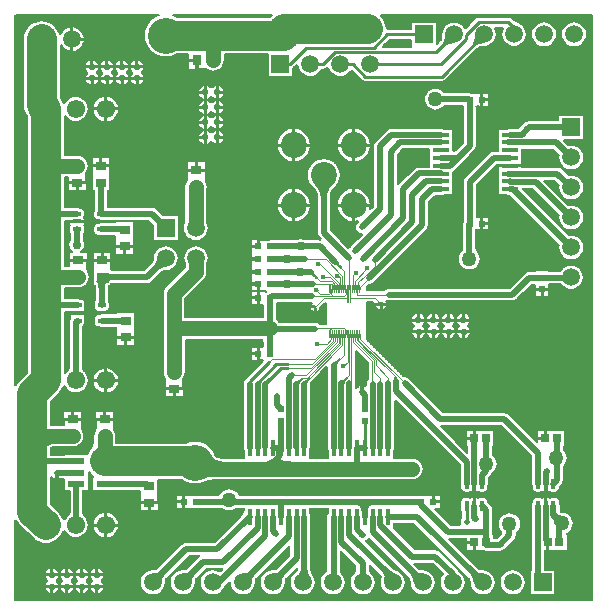
<source format=gtl>
%FSDAX24Y24*%
%MOIN*%
%SFA1B1*%

%IPPOS*%
%AMD22*
4,1,8,-0.012800,0.005800,-0.012800,-0.005800,-0.010800,-0.007800,0.010800,-0.007800,0.012800,-0.005800,0.012800,0.005800,0.010800,0.007800,-0.010800,0.007800,-0.012800,0.005800,0.0*
1,1,0.004000,-0.010800,0.005800*
1,1,0.004000,-0.010800,-0.005800*
1,1,0.004000,0.010800,-0.005800*
1,1,0.004000,0.010800,0.005800*
%
%AMD27*
4,1,8,-0.003900,-0.016700,0.003900,-0.016700,0.007800,-0.012800,0.007800,0.012800,0.003900,0.016700,-0.003900,0.016700,-0.007800,0.012800,-0.007800,-0.012800,-0.003900,-0.016700,0.0*
1,1,0.007800,-0.003900,-0.012800*
1,1,0.007800,0.003900,-0.012800*
1,1,0.007800,0.003900,0.012800*
1,1,0.007800,-0.003900,0.012800*
%
%ADD13C,0.010000*%
%ADD17C,0.005000*%
%ADD19R,0.058000X0.022000*%
%ADD20R,0.028300X0.028300*%
%ADD21R,0.019700X0.023600*%
G04~CAMADD=22~8~0.0~0.0~157.0~256.0~20.0~0.0~15~0.0~0.0~0.0~0.0~0~0.0~0.0~0.0~0.0~0~0.0~0.0~0.0~90.0~256.0~156.0*
%ADD22D22*%
%ADD23R,0.035400X0.031500*%
%ADD24R,0.056000X0.014000*%
%ADD25R,0.014000X0.056000*%
%ADD26R,0.023600X0.019700*%
G04~CAMADD=27~8~0.0~0.0~157.0~335.0~39.0~0.0~15~0.0~0.0~0.0~0.0~0~0.0~0.0~0.0~0.0~0~0.0~0.0~0.0~180.0~156.0~334.0*
%ADD27D27*%
%ADD28R,0.031500X0.035400*%
%ADD50C,0.030000*%
%ADD54R,0.003000X0.035000*%
%ADD55R,0.003000X0.024000*%
%ADD56C,0.020000*%
%ADD57C,0.003000*%
%ADD58C,0.050000*%
%ADD59C,0.100000*%
%ADD60R,0.059100X0.059100*%
%ADD61C,0.059100*%
%ADD62C,0.086600*%
%ADD63R,0.059100X0.059100*%
%ADD64C,0.061000*%
%ADD65R,0.061000X0.061000*%
%ADD66C,0.020000*%
%ADD67C,0.050000*%
%ADD68C,0.015000*%
%ADD69C,0.022000*%
%ADD70C,0.009000*%
%ADD71C,0.120000*%
%LNee194_yesdig_pcb-1*%
%LPD*%
G54D17*
X035477Y039692D02*
X035455Y039673D01*
X035431Y039645*
X032308*
X032223Y039690*
X032185Y039701*
X032186Y039709*
X035471*
X035477Y039692*
X032290Y039660D02*
X035440D01*
X042489Y038785D02*
X042506D01*
X042428Y038778*
X042393Y038774*
X042360Y038767*
X042331Y038758*
X042304Y038749*
X042279Y038736*
X042258Y038723*
X042258Y038723*
X042219Y038760*
X042220Y038761*
X042234Y038782*
X042246Y038806*
X042256Y038833*
X042265Y038863*
X042271Y038895*
X042276Y038931*
X042282Y039009*
Y038991*
X042489Y038785*
X042240Y038750D02*
X042290D01*
X042260Y038800D02*
X042460D01*
X042280Y038850D02*
X042410D01*
X042280Y038900D02*
X042360D01*
X042290Y038950D02*
X042310D01*
X041489Y038785D02*
X041506D01*
X041428Y038778*
X041393Y038774*
X041360Y038767*
X041331Y038758*
X041304Y038749*
X041279Y038736*
X041258Y038723*
X041258Y038723*
X041219Y038760*
X041220Y038761*
X041234Y038782*
X041246Y038806*
X041256Y038833*
X041265Y038863*
X041271Y038895*
X041276Y038931*
X041282Y039009*
Y038991*
X041489Y038785*
X041240Y038750D02*
X041290D01*
X041260Y038800D02*
X041460D01*
X041280Y038850D02*
X041410D01*
X041280Y038900D02*
X041360D01*
X041290Y038950D02*
X041310D01*
X040132Y038662D02*
X040127Y038638D01*
X039186*
X039180Y038653*
X039404Y038877*
X040132*
Y038662*
X040082Y038666D02*
X040085Y038688D01*
X039220*
X039239Y038641*
X039424Y038827*
X040082*
Y038666*
X039200Y038660D02*
X040130D01*
X039250Y038710D02*
X040130D01*
X039300Y038760D02*
X040130D01*
X039350Y038810D02*
X040130D01*
X039400Y038860D02*
X040130D01*
X046152Y020228D02*
X046138Y020215D01*
X026935*
X026935Y022849*
X026947Y022852*
X026975Y022801*
X027052Y022706*
X027503Y022255*
X027597Y022178*
X027706Y022119*
X027824Y022084*
X027945Y022071*
X028068Y022084*
X028186Y022119*
X028294Y022178*
X028390Y022256*
X028468Y022351*
X028526Y022459*
X028541Y022509*
X028559Y022510*
X028571Y022483*
X028640Y022393*
X028729Y022324*
X028834Y022280*
X028945Y022265*
X029058Y022280*
X029163Y022324*
X029252Y022393*
X029321Y022483*
X029365Y022587*
X029380Y022700*
X029365Y022812*
X029321Y022916*
X029273Y022980*
X029270Y022985*
X029259Y022999*
X029253Y023005*
X029253Y023005*
X029252Y023007*
X029237Y023026*
X029226Y023043*
X029217Y023061*
X029208Y023077*
X029202Y023094*
X029198Y023111*
X029194Y023128*
X029194Y023136*
Y023813*
X029194Y023826*
X029197Y023844*
X029201Y023858*
X029190Y023851*
X029380Y023842*
Y024239*
Y024447*
X029402Y024456*
X029391Y024459*
X029460Y024374*
X029514Y024330*
X029508Y024314*
X029490*
Y023844*
X030320*
Y023850*
X031098*
Y023757*
Y023744*
Y023707*
Y023694*
Y023475*
X031400*
X031702*
Y023694*
Y023707*
Y023744*
Y023757*
Y024191*
X032490*
X032505Y024178*
X032632Y024110*
X032769Y024069*
X032911Y024055*
X033052Y024069*
X033189Y024110*
X033193Y024114*
X033191Y024113*
X033240Y024133*
X033272Y024145*
X033306Y024154*
X033390Y024172*
X033432Y024178*
X033586Y024189*
X038462*
X038493Y024193*
X040161*
X040257Y024205*
X040349Y024243*
X040427Y024303*
X040487Y024381*
X040525Y024473*
X040538Y024571*
X040525Y024668*
X040487Y024760*
X040427Y024838*
X040349Y024898*
X040257Y024936*
X040161Y024949*
X039554*
Y025170*
X039571Y025196*
X039588Y025281*
Y026845*
X039603Y026851*
X041745Y024710*
Y024072*
X041762Y023987*
X041768Y023978*
Y023944*
X041779Y023882*
X041816Y023827*
X041870Y023792*
X041932Y023780*
X042015*
X042077Y023792*
X042102Y023808*
X042126Y023792*
X042205Y023776*
Y024050*
X042256*
X042255Y024058*
Y023776*
X042333Y023792*
X042358Y023808*
X042382Y023792*
X042443Y023780*
X042527*
X042589Y023792*
X042644Y023827*
X042679Y023882*
X042692Y023944*
Y023995*
X042691Y023994*
X042709Y024078*
Y024268*
X042791Y024351*
X042835Y024417*
X042855Y024439*
X042895Y024470*
X042955Y024548*
X042993Y024640*
X043006Y024738*
X042993Y024835*
X042955Y024927*
X042895Y025006*
X042887Y025012*
X042880Y025018*
X042874Y025026*
X042869Y025033*
X042865Y025041*
X042861Y025051*
X042857Y025061*
X042854Y025073*
X042852Y025087*
X042853Y025087*
Y025316*
X042853Y025343*
X042854Y025324*
X042890*
Y025442*
X042891Y025450*
X042890Y025457*
Y025857*
X042255*
Y025616*
X042205*
Y025566*
X041963*
Y025457*
X041961Y025450*
X041963Y025442*
Y025324*
X041999*
X042001Y025307*
Y025123*
X041985Y025117*
X041107Y025995*
X041110Y026005*
X041114Y026011*
X043126*
X044127Y025010*
Y024072*
X044144Y023988*
X044149Y023979*
Y023944*
X044161Y023882*
X044198Y023827*
X044252Y023792*
X044314Y023780*
X044397*
X044459Y023792*
X044484Y023808*
X044508Y023792*
X044587Y023776*
Y024050*
X044637*
Y023776*
X044715Y023792*
X044740Y023808*
X044764Y023792*
X044825Y023780*
X044909*
X044970Y023792*
X045025Y023827*
X045061Y023882*
X045074Y023944*
Y023957*
X045149Y024033*
X045197Y024105*
X045215Y024190*
Y024587*
Y024587*
X045216Y024600*
X045220Y024613*
X045223Y024626*
X045228Y024637*
X045232Y024646*
X045238Y024656*
X045244Y024665*
X045254Y024679*
X045258Y024686*
X045294Y024732*
X045332Y024824*
X045345Y024922*
X045332Y025019*
X045294Y025111*
X045258Y025157*
X045254Y025164*
X045244Y025178*
X045237Y025187*
X045232Y025196*
X045228Y025206*
X045223Y025217*
X045220Y025230*
X045216Y025243*
X045215Y025256*
Y025257*
Y025316*
X045215Y025341*
X045212Y025324*
X045253*
Y025446*
Y025450*
Y025454*
Y025857*
X044617*
Y025616*
X044567*
Y025566*
X044325*
Y025480*
X044309Y025474*
X043380Y026403*
X043308Y026451*
X043223Y026469*
X041188*
X040072Y027584*
X040067Y027593*
X039992Y027642*
X039905Y027660*
X039897Y027658*
X039902Y027659*
X039892Y027664*
X039880Y027670*
X039866Y027679*
X039852Y027689*
X039813Y027723*
X039805Y027731*
X038677Y028859*
X038653Y028885*
Y030121*
X038861*
X038898Y030084*
X039084*
X039066Y030120*
X039064Y030126*
X039059Y030136*
X039053Y030143*
X039064Y030129*
X039054Y030119*
X039041Y030130*
X039047Y030124*
X039057Y030119*
X039065Y030117*
X039073Y030114*
X039082Y030112*
X039093Y030111*
X039102Y030110*
X039066Y030111*
X039038Y030084*
X039322*
X039313Y030136*
X039291Y030170*
X039298Y030177*
X039306Y030172*
X039391Y030155*
X043504*
X043589Y030172*
X043661Y030220*
X044158Y030717*
X044264*
Y030580*
X044487*
X044710*
Y030720*
X045105*
X045157Y030653*
X045245Y030585*
X045347Y030543*
X045457Y030528*
X045566Y030543*
X045668Y030585*
X045756Y030653*
X045823Y030740*
X045866Y030843*
X045881Y030953*
X045866Y031062*
X045823Y031164*
X045756Y031252*
X045668Y031319*
X045566Y031362*
X045457Y031376*
X045347Y031362*
X045245Y031319*
X045157Y031252*
X045099Y031178*
X044710*
Y031192*
X044264*
Y031175*
X044061*
X043976Y031157*
X043904Y031109*
X043407Y030613*
X039391*
X039306Y030595*
X039231Y030546*
X039216Y030523*
X038653*
Y030660*
X038662Y030669*
X038677Y030679*
X038690Y030688*
X038702Y030694*
X038711Y030699*
X038710Y030699*
X038715Y030699*
X038802Y030716*
X038874Y030764*
X040643Y032533*
X040691Y032605*
X040709Y032690*
Y033468*
X040905Y033664*
X041121*
X041206Y033681*
X041232Y033698*
X041524*
Y033983*
Y034243*
Y034477*
X041571Y034509*
X041838Y034776*
X042251Y035188*
X042300Y035261*
X042317Y035346*
Y036670*
X042304Y036658*
X042457Y036643*
Y036869*
Y037092*
X042171*
X042150Y037105*
X042065Y037123*
X041280*
X041280*
X041266Y037125*
X041254Y037128*
X041243Y037131*
X041235Y037135*
X041225Y037140*
X041217Y037145*
X041210Y037150*
X041207Y037153*
X041202Y037161*
X041123Y037221*
X041031Y037259*
X040934Y037272*
X040836Y037259*
X040744Y037221*
X040666Y037161*
X040606Y037083*
X040568Y036991*
X040555Y036894*
X040568Y036796*
X040606Y036704*
X040666Y036626*
X040744Y036566*
X040836Y036528*
X040934Y036515*
X041031Y036528*
X041123Y036566*
X041202Y036626*
X041207Y036634*
X041210Y036637*
X041217Y036642*
X041225Y036647*
X041235Y036652*
X041243Y036656*
X041254Y036659*
X041267Y036662*
X041280Y036665*
X041280*
X041845*
Y036646*
X041858*
X041859Y036631*
Y035444*
X041659Y035244*
X041642Y035231*
X041619Y035215*
X041596Y035202*
X041572Y035191*
X041546Y035181*
X041552Y035183*
X041524Y035200*
Y035543*
Y035908*
X041232*
X041206Y035925*
X041121Y035942*
X039464*
X039379Y035925*
X039306Y035876*
X038913Y035482*
X038865Y035410*
X038848Y035325*
Y033313*
X038763Y033230*
X038751Y033238*
Y033225*
X038766Y033341*
X038232*
Y032806*
X038347Y032822*
X038337Y032827*
X038345Y032811*
X038312Y032777*
X038264Y032705*
X038246Y032618*
X038264Y032530*
X038313Y032455*
X038388Y032406*
X038475Y032388*
X038467Y032386*
X038475Y032373*
X038098Y031997*
X038069Y031955*
X038034Y031947*
X037440Y032542*
Y033708*
X037443Y033727*
X037449Y033751*
X037459Y033777*
X037473Y033805*
X037491Y033834*
X037511Y033865*
X037569Y033935*
X037589Y033956*
X037604Y033968*
X037694Y034084*
X037750Y034220*
X037770Y034366*
X037750Y034511*
X037694Y034647*
X037604Y034763*
X037488Y034853*
X037352Y034909*
X037207Y034929*
X037061Y034909*
X036925Y034853*
X036809Y034763*
X036719Y034647*
X036663Y034511*
X036643Y034366*
X036663Y034220*
X036719Y034084*
X036809Y033968*
X036826Y033954*
X036852Y033927*
X036883Y033893*
X036909Y033861*
X036931Y033831*
X036949Y033802*
X036962Y033774*
X036972Y033749*
X036978Y033725*
X036982Y033707*
Y032445*
X036999Y032360*
X037047Y032288*
X037108Y032227*
X037100Y032213*
X037079Y032218*
X036588*
X036543Y032248*
X036436Y032269*
X036328Y032248*
X036284Y032218*
X036268Y032218*
X035416*
X035388Y032212*
X035050*
Y032014*
X035000*
Y031964*
X034782*
Y031792*
X034778Y031762*
Y031742*
Y031588*
X034996*
Y031538*
X034778*
Y031388*
Y031362*
X034784Y031337*
Y031167*
X035002*
Y031117*
X034784*
Y030948*
X034778Y030932*
Y030896*
Y030755*
X034996*
Y030705*
X035046*
Y030507*
X035267*
X035277Y030484*
X035283Y030492*
X035048*
Y030269*
Y030046*
X035186*
X035188Y030031*
Y029637*
X032598*
Y030249*
X033217Y030868*
X033276Y030945*
X033314Y031037*
X033327Y031133*
Y031412*
X033358Y031488*
X033373Y031598*
X033358Y031707*
X033315Y031809*
X033248Y031897*
X033160Y031964*
X033058Y032007*
X032949Y032022*
X032839Y032007*
X032737Y031964*
X032649Y031897*
X032582Y031809*
X032539Y031707*
X032524Y031598*
X032539Y031488*
X032571Y031412*
Y031291*
X031951Y030672*
X031892Y030595*
X031854Y030503*
X031842Y030407*
Y027803*
X031854Y027707*
X031892Y027616*
X031923Y027576*
X031928Y027536*
Y027502*
Y027269*
X032230*
X032532*
Y027502*
Y027536*
X032535Y027576*
X032557Y027606*
X032595Y027697*
X032608Y027793*
Y028881*
X035167*
X035166Y028891*
X035181Y028665*
X035157Y028633*
X035046*
Y028410*
Y028187*
X035166*
X035172Y028170*
X034616Y027614*
X034587Y027570*
X034583Y027566*
X034532Y027492*
X034515Y027407*
Y025281*
X034532Y025196*
X034549Y025170*
Y024945*
X033840*
X033816Y024945*
X033769Y024950*
X033729Y024958*
X033694Y024969*
X033665Y024981*
X033640Y024995*
X033620Y025010*
X033605Y025027*
X033591Y025048*
X033585Y025059*
X033584Y025062*
X033516Y025189*
X033425Y025298*
X033316Y025389*
X033189Y025457*
X033052Y025498*
X032911Y025512*
X032769Y025498*
X032632Y025457*
X032612Y025447*
X030300*
X030302Y025438*
X030293Y025488*
X030283Y025606*
Y025620*
Y025649*
X030285Y025669*
X030272Y025767*
X030234Y025858*
X030212Y025887*
X030209Y025928*
Y025963*
Y026195*
X029605*
Y025963*
Y025928*
X029601Y025887*
X029577Y025855*
X029539Y025764*
X029527Y025668*
Y025646*
X029522Y025544*
X029515Y025489*
X029506Y025438*
X029494Y025389*
X029480Y025344*
X029464Y025301*
X029445Y025263*
X029425Y025228*
X029399Y025189*
X029381Y025167*
X029324Y025059*
X029322Y025054*
X028550*
Y025048*
X028125*
Y025270*
X028135Y025274*
X028156Y025291*
X028845*
X028941Y025303*
X029033Y025342*
X029091Y025387*
X029146*
Y025447*
X029171Y025480*
X029209Y025571*
X029222Y025668*
X029209Y025767*
X029171Y025858*
X029149Y025887*
X029146Y025928*
Y025963*
Y026195*
X028542*
Y026047*
X028125*
Y026809*
X028391Y027076*
X028468Y027171*
X028526Y027279*
X028541Y027329*
X028559Y027330*
X028571Y027302*
X028640Y027213*
X028729Y027144*
X028834Y027100*
X028945Y027085*
X029058Y027100*
X029163Y027144*
X029252Y027213*
X029321Y027302*
X029365Y027407*
X029380Y027520*
X029365Y027631*
X029321Y027736*
X029252Y027826*
X029243Y027833*
X029233Y027844*
X029219Y027861*
X029207Y027876*
X029198Y027893*
X029190Y027908*
X029184Y027923*
X029180Y027940*
X029176Y027957*
X029175Y027965*
Y029278*
X029175Y029284*
X029178Y029303*
X029182Y029319*
X029184Y029327*
X029187Y029332*
X029185Y029329*
X029186Y029329*
X029196Y029338*
X029212Y029346*
X029214Y029349*
X029215Y029350*
X029221Y029358*
X029223Y029361*
X029230Y029372*
X029243Y029388*
Y029392*
X029247Y029399*
X029259Y029452*
Y029576*
X029247Y029630*
X029239Y029642*
X029247Y029655*
X029259Y029708*
Y029745*
X029003*
X028748*
Y029708*
X028758Y029655*
X028766Y029642*
X028758Y029629*
X028748Y029576*
Y029565*
X028734Y029545*
X028718Y029460*
Y027965*
X028716Y027956*
X028712Y027940*
X028708Y027923*
X028702Y027908*
X028693Y027892*
X028685Y027876*
X028673Y027861*
X028659Y027844*
X028649Y027833*
X028640Y027826*
X028588Y027760*
X028571Y027763*
X028574Y027761*
Y029797*
X028748*
Y029795*
X029003*
X029259*
Y029831*
X029247Y029886*
X029239Y029898*
X029247Y029911*
X029259Y029964*
Y030087*
X029247Y030141*
X029216Y030190*
X029167Y030221*
X029114Y030232*
X029100*
X029091Y030238*
X029005Y030255*
X028574*
Y030589*
X029034*
X029131Y030601*
X029222Y030640*
X029281Y030685*
X029335*
Y030745*
X029360Y030778*
X029398Y030869*
X029411Y030966*
X029398Y031065*
X029360Y031156*
X029338Y031185*
X029335Y031226*
Y031261*
Y031493*
X028731*
Y031345*
X028574*
Y032845*
X028729*
Y032843*
X028984*
X029239*
Y032879*
X029228Y032932*
X029220Y032945*
X029228Y032958*
X029239Y033012*
Y033135*
X029228Y033188*
X029197Y033237*
X029148Y033268*
X029094Y033280*
X029080*
X029071Y033285*
X028986Y033302*
X028574*
Y034290*
X028692*
Y034142*
X028994*
X029296*
Y034374*
Y034409*
X029299Y034449*
X029321Y034479*
X029359Y034570*
X029372Y034668*
X029359Y034765*
X029321Y034857*
X029296Y034890*
Y034951*
X029241*
X029182Y034995*
X029091Y035033*
X028995Y035046*
X028574*
Y036329*
X028571Y036328*
X028588Y036330*
X028640Y036264*
X028729Y036195*
X028834Y036151*
X028945Y036136*
X029058Y036151*
X029163Y036195*
X029252Y036264*
X029321Y036354*
X029365Y036458*
X029380Y036571*
X029365Y036683*
X029321Y036787*
X029252Y036877*
X029163Y036946*
X029058Y036990*
X028945Y037005*
X028834Y036990*
X028729Y036946*
X028640Y036877*
X028571Y036787*
X028559Y036760*
X028541Y036761*
X028526Y036811*
X028468Y036919*
X028441Y036953*
Y038672*
X028449Y038674*
X028445Y038685*
X028513Y038598*
X028600Y038530*
X028702Y038488*
X028788Y038477*
Y038898*
Y039318*
X028702Y039307*
X028600Y039264*
X028513Y039197*
X028445Y039109*
X028430Y039072*
X028412Y039073*
X028393Y039137*
X028334Y039246*
X028256Y039341*
X028161Y039419*
X028052Y039478*
X027934Y039513*
X027813Y039526*
X027690Y039513*
X027572Y039478*
X027464Y039419*
X027368Y039341*
X027290Y039246*
X027232Y039137*
X027196Y039019*
X027185Y038899*
Y036703*
X027196Y036582*
X027232Y036464*
X027290Y036356*
X027307Y036334*
X027319Y036314*
Y034707*
Y033074*
Y030961*
Y030026*
Y027779*
X027052Y027513*
X026975Y027418*
X026944Y027362*
X026931Y027365*
X026926Y039677*
X026957Y039709*
X031703*
X031704Y039701*
X031666Y039690*
X031539Y039622*
X031430Y039531*
X031339Y039422*
X031271Y039295*
X031230Y039158*
X031216Y039017*
X031230Y038875*
X031271Y038738*
X031339Y038611*
X031430Y038502*
X031539Y038411*
X031666Y038343*
X031803Y038302*
X031945Y038288*
X032086Y038302*
X032223Y038343*
X032308Y038389*
X032695*
Y038214*
X032953*
Y038164*
X033003*
Y037887*
X033235*
X033270*
X033310Y037883*
X033340Y037861*
X033431Y037823*
X033528Y037810*
X033627Y037823*
X033718Y037861*
X033751Y037887*
X033812*
Y037941*
X033856Y037999*
X033894Y038091*
X033907Y038187*
Y038389*
X035337*
Y037635*
X036178*
Y037914*
X036197Y037927*
X036318Y038049*
X036330Y038043*
X036335Y038040*
X036347Y037945*
X036390Y037843*
X036458Y037755*
X036545Y037688*
X036647Y037645*
X036756Y037630*
X036867Y037645*
X036969Y037688*
X037056Y037755*
X037114Y037829*
X037124Y037842*
X037128Y037854*
X037127Y037849*
X037131Y037854*
X037138Y037861*
X037143Y037865*
X037149Y037869*
X037156Y037872*
X037161Y037875*
X037166Y037876*
X037171Y037877*
X037186*
X037252Y037890*
X037307Y037927*
X037330Y037949*
X037347Y037943*
X037347Y037945*
X037390Y037843*
X037458Y037755*
X037545Y037688*
X037647Y037645*
X037756Y037630*
X037867Y037645*
X037969Y037688*
X038056Y037755*
X038115Y037830*
X038118Y037834*
X038118Y037834*
X038124Y037837*
X038146Y037837*
X038150Y037837*
X038465Y037522*
X038521Y037485*
X038587Y037472*
X041149*
X041215Y037485*
X041271Y037522*
X042350Y038601*
X042355Y038604*
X042365Y038609*
X042378Y038614*
X042397Y038619*
X042419Y038624*
X042444Y038628*
X042511Y038633*
X042539*
X042552Y038630*
X042662Y038645*
X042764Y038688*
X042852Y038755*
X042919Y038843*
X042962Y038945*
X042976Y039055*
X042962Y039164*
X042920Y039265*
X042920Y039264*
X042929Y039282*
X043172*
X043177Y039277*
X043181Y039263*
X043185Y039268*
X043143Y039164*
X043128Y039055*
X043143Y038945*
X043185Y038843*
X043253Y038755*
X043340Y038688*
X043443Y038645*
X043553Y038630*
X043662Y038645*
X043764Y038688*
X043852Y038755*
X043919Y038843*
X043962Y038945*
X043976Y039055*
X043962Y039164*
X043919Y039266*
X043852Y039354*
X043764Y039421*
X043750Y039427*
X043670Y039471*
X043552Y039540*
X043519Y039561*
X043520Y039561*
X043486Y039594*
X043431Y039631*
X043362Y039645*
X043327Y039638*
X042382*
X042316Y039625*
X042261Y039588*
X041940Y039268*
X041917Y039272*
X041912Y039276*
X041852Y039354*
X041764Y039421*
X041662Y039464*
X041553Y039479*
X041443Y039464*
X041340Y039421*
X041253Y039354*
X041185Y039266*
X041143Y039164*
X041128Y039055*
X041130Y039042*
Y039014*
X041126Y038946*
X041122Y038922*
X041117Y038899*
X041112Y038880*
X041107Y038867*
X041102Y038857*
X041099Y038854*
X040988Y038742*
X040973Y038748*
Y039475*
X040132*
Y039233*
X039340*
X039339Y039233*
X039309Y039261*
X039300Y039351*
X039265Y039470*
X039206Y039579*
X039128Y039673*
X039106Y039692*
X039112Y039709*
X046152*
Y020228*
X026950Y020220D02*
Y022840D01*
Y027390D02*
Y039710D01*
X027000Y020220D02*
Y022770D01*
Y027460D02*
Y039710D01*
X027050Y020220D02*
Y022700D01*
Y027530D02*
Y039710D01*
X027100Y020220D02*
Y022650D01*
Y027580D02*
Y039710D01*
X027150Y020220D02*
Y022600D01*
Y027630D02*
Y039710D01*
X027200Y020220D02*
Y022550D01*
Y027680D02*
Y036570D01*
Y039040D02*
Y039710D01*
X027250Y020220D02*
Y022500D01*
Y027730D02*
Y036420D01*
Y039190D02*
Y039710D01*
X027300Y020220D02*
Y022450D01*
Y027780D02*
Y036340D01*
Y039280D02*
Y039710D01*
X027350Y020220D02*
Y022400D01*
Y039330D02*
Y039710D01*
X027400Y020220D02*
Y022350D01*
Y039380D02*
Y039710D01*
X027450Y020220D02*
Y022300D01*
Y039430D02*
Y039710D01*
X027500Y020220D02*
Y022250D01*
Y039460D02*
Y039710D01*
X027550Y020220D02*
Y022210D01*
Y039480D02*
Y039710D01*
X027600Y020220D02*
Y022170D01*
Y039500D02*
Y039710D01*
X027650Y020220D02*
Y022150D01*
Y039520D02*
Y039710D01*
X027700Y020220D02*
Y022120D01*
Y039530D02*
Y039710D01*
X027750Y020220D02*
Y022100D01*
Y039540D02*
Y039710D01*
X027800Y020220D02*
Y022080D01*
Y039540D02*
Y039710D01*
X027850Y020220D02*
Y022070D01*
Y039540D02*
Y039710D01*
X027900Y020220D02*
Y022070D01*
Y039530D02*
Y039710D01*
X027950Y020220D02*
Y022070D01*
Y039520D02*
Y039710D01*
X028000Y020220D02*
Y022070D01*
Y039510D02*
Y039710D01*
X028050Y020220D02*
Y022070D01*
Y039490D02*
Y039710D01*
X028100Y020220D02*
Y022090D01*
Y039470D02*
Y039710D01*
X028150Y020220D02*
Y022100D01*
Y025060D02*
Y025280D01*
Y026060D02*
Y026840D01*
Y039440D02*
Y039710D01*
X028200Y020220D02*
Y022120D01*
Y025060D02*
Y025280D01*
Y026060D02*
Y026890D01*
Y039400D02*
Y039710D01*
X028250Y020220D02*
Y022150D01*
Y025060D02*
Y025280D01*
Y026060D02*
Y026940D01*
Y039360D02*
Y039710D01*
X028300Y020220D02*
Y022180D01*
Y025060D02*
Y025280D01*
Y026060D02*
Y026990D01*
Y039300D02*
Y039710D01*
X028350Y020220D02*
Y022220D01*
Y025060D02*
Y025280D01*
Y026060D02*
Y027040D01*
Y039230D02*
Y039710D01*
X028400Y020220D02*
Y022270D01*
Y025060D02*
Y025280D01*
Y026060D02*
Y027090D01*
Y039120D02*
Y039710D01*
X028450Y020220D02*
Y022320D01*
Y025060D02*
Y025280D01*
Y026060D02*
Y027140D01*
Y036950D02*
Y038680D01*
Y039130D02*
Y039710D01*
X028500Y020220D02*
Y022400D01*
Y025060D02*
Y025280D01*
Y026060D02*
Y027220D01*
Y036880D02*
Y038610D01*
Y039200D02*
Y039710D01*
X028550Y020220D02*
Y022500D01*
Y025060D02*
Y025280D01*
Y026200D02*
Y027320D01*
Y036770D02*
Y038560D01*
Y039240D02*
Y039710D01*
X028600Y020220D02*
Y022440D01*
Y025060D02*
Y025280D01*
Y026200D02*
Y027260D01*
Y027790D02*
Y029790D01*
Y030260D02*
Y030580D01*
Y031350D02*
Y032830D01*
Y033310D02*
Y034280D01*
Y035060D02*
Y036310D01*
Y036840D02*
Y038520D01*
Y039280D02*
Y039710D01*
X028650Y020220D02*
Y022380D01*
Y025060D02*
Y025280D01*
Y026200D02*
Y027200D01*
Y027850D02*
Y029790D01*
Y030260D02*
Y030580D01*
Y031350D02*
Y032830D01*
Y033310D02*
Y034280D01*
Y035060D02*
Y036250D01*
Y036900D02*
Y038500D01*
Y039300D02*
Y039710D01*
X028700Y020220D02*
Y022340D01*
Y025060D02*
Y025280D01*
Y026200D02*
Y027160D01*
Y027930D02*
Y029790D01*
Y030260D02*
Y030580D01*
Y031350D02*
Y032830D01*
Y033310D02*
Y034130D01*
Y035060D02*
Y036210D01*
Y036940D02*
Y038480D01*
Y039330D02*
Y039710D01*
X028750Y020220D02*
Y022310D01*
Y025060D02*
Y025280D01*
Y026200D02*
Y027130D01*
Y029600D02*
Y029700D01*
Y029750D02*
Y029780D01*
Y030260D02*
Y030580D01*
Y031500D02*
Y032830D01*
Y033310D02*
Y034130D01*
Y035060D02*
Y036180D01*
Y036970D02*
Y038480D01*
Y039330D02*
Y039710D01*
X028800Y020220D02*
Y022290D01*
Y025060D02*
Y025280D01*
Y026200D02*
Y027110D01*
Y029750D02*
Y029780D01*
Y030260D02*
Y030580D01*
Y031500D02*
Y032830D01*
Y033310D02*
Y034130D01*
Y035060D02*
Y036160D01*
Y036990D02*
Y039710D01*
X028850Y020220D02*
Y022270D01*
Y025060D02*
Y025290D01*
Y026200D02*
Y027090D01*
Y029750D02*
Y029780D01*
Y030260D02*
Y030580D01*
Y031500D02*
Y032830D01*
Y033310D02*
Y034130D01*
Y035060D02*
Y036140D01*
Y037010D02*
Y039710D01*
X028900Y020220D02*
Y022270D01*
Y025060D02*
Y025290D01*
Y026200D02*
Y027090D01*
Y029750D02*
Y029780D01*
Y030260D02*
Y030580D01*
Y031500D02*
Y032830D01*
Y033310D02*
Y034130D01*
Y035060D02*
Y036140D01*
Y037020D02*
Y039710D01*
X028950Y020220D02*
Y022270D01*
Y025060D02*
Y025300D01*
Y026200D02*
Y027090D01*
Y029750D02*
Y029780D01*
Y030260D02*
Y030580D01*
Y031500D02*
Y032830D01*
Y033310D02*
Y034130D01*
Y035060D02*
Y036140D01*
Y037020D02*
Y039710D01*
X029000Y020220D02*
Y022270D01*
Y025060D02*
Y025320D01*
Y026200D02*
Y027090D01*
Y029750D02*
Y029780D01*
Y030260D02*
Y030580D01*
Y031500D02*
Y032830D01*
Y033310D02*
Y034130D01*
Y035060D02*
Y036140D01*
Y037020D02*
Y039710D01*
X029050Y020220D02*
Y022270D01*
Y025060D02*
Y025350D01*
Y026200D02*
Y027090D01*
Y029750D02*
Y029780D01*
Y030260D02*
Y030590D01*
Y031500D02*
Y032830D01*
Y033310D02*
Y034130D01*
Y035050D02*
Y036140D01*
Y037010D02*
Y039710D01*
X029100Y020220D02*
Y022290D01*
Y025060D02*
Y025380D01*
Y026200D02*
Y027110D01*
Y029750D02*
Y029780D01*
Y030240D02*
Y030590D01*
Y031500D02*
Y032830D01*
Y033290D02*
Y034130D01*
Y035040D02*
Y036170D01*
Y036990D02*
Y039710D01*
X029150Y020220D02*
Y022310D01*
Y025060D02*
Y025450D01*
Y025900D02*
Y027130D01*
Y029750D02*
Y029780D01*
Y030240D02*
Y030600D01*
Y031500D02*
Y032830D01*
Y033280D02*
Y034130D01*
Y035020D02*
Y036190D01*
Y036970D02*
Y039710D01*
X029200Y020220D02*
Y022350D01*
Y023100D02*
Y023840D01*
Y025060D02*
Y025540D01*
Y025810D02*
Y027170D01*
Y027900D02*
Y029340D01*
Y029750D02*
Y029780D01*
Y030220D02*
Y030630D01*
Y031500D02*
Y032830D01*
Y033250D02*
Y034130D01*
Y035000D02*
Y036220D01*
Y036930D02*
Y039710D01*
X029250Y020220D02*
Y022390D01*
Y023020D02*
Y023840D01*
Y025060D02*
Y027210D01*
Y027840D02*
Y029400D01*
Y029640D02*
Y029660D01*
Y029750D02*
Y029780D01*
Y029900D02*
Y029910D01*
Y030150D02*
Y030660D01*
Y031500D02*
Y034130D01*
Y034960D02*
Y036260D01*
Y036890D02*
Y039710D01*
X029300Y020220D02*
Y022450D01*
Y022960D02*
Y023840D01*
Y025060D02*
Y027270D01*
Y027780D02*
Y030670D01*
Y031500D02*
Y034450D01*
Y034900D02*
Y036320D01*
Y036830D02*
Y039710D01*
X029350Y020220D02*
Y022540D01*
Y022870D02*
Y023840D01*
Y025130D02*
Y027360D01*
Y027690D02*
Y030770D01*
Y031190D02*
Y034540D01*
Y034810D02*
Y036410D01*
Y036740D02*
Y039710D01*
X029400Y020220D02*
Y024440D01*
Y025210D02*
Y030870D01*
Y031080D02*
Y039710D01*
X029450Y020220D02*
Y024380D01*
Y025280D02*
Y039710D01*
X029500Y020220D02*
Y023830D01*
Y024320D02*
Y024330D01*
Y025430D02*
Y039710D01*
X029550Y020220D02*
Y023830D01*
Y025800D02*
Y039710D01*
X029600Y020220D02*
Y023830D01*
Y026200D02*
Y039710D01*
X029650Y020220D02*
Y023830D01*
Y026200D02*
Y039710D01*
X029700Y020220D02*
Y023830D01*
Y026200D02*
Y039710D01*
X029750Y020220D02*
Y023830D01*
Y026200D02*
Y039710D01*
X029800Y020220D02*
Y023830D01*
Y026200D02*
Y039710D01*
X029850Y020220D02*
Y023830D01*
Y026200D02*
Y039710D01*
X029900Y020220D02*
Y023830D01*
Y026200D02*
Y039710D01*
X029950Y020220D02*
Y023830D01*
Y026200D02*
Y039710D01*
X030000Y020220D02*
Y023830D01*
Y026200D02*
Y039710D01*
X030050Y020220D02*
Y023830D01*
Y026200D02*
Y039710D01*
X030100Y020220D02*
Y023830D01*
Y026200D02*
Y039710D01*
X030150Y020220D02*
Y023830D01*
Y026200D02*
Y039710D01*
X030200Y020220D02*
Y023830D01*
Y026200D02*
Y039710D01*
X030250Y020220D02*
Y023830D01*
Y025830D02*
Y039710D01*
X030300Y020220D02*
Y023830D01*
Y025460D02*
Y039710D01*
X030350Y020220D02*
Y023840D01*
Y025460D02*
Y039710D01*
X030400Y020220D02*
Y023840D01*
Y025460D02*
Y039710D01*
X030450Y020220D02*
Y023840D01*
Y025460D02*
Y039710D01*
X030500Y020220D02*
Y023840D01*
Y025460D02*
Y039710D01*
X030550Y020220D02*
Y023840D01*
Y025460D02*
Y039710D01*
X030600Y020220D02*
Y023840D01*
Y025460D02*
Y039710D01*
X030650Y020220D02*
Y023840D01*
Y025460D02*
Y039710D01*
X030700Y020220D02*
Y023840D01*
Y025460D02*
Y039710D01*
X030750Y020220D02*
Y023840D01*
Y025460D02*
Y039710D01*
X030800Y020220D02*
Y023840D01*
Y025460D02*
Y039710D01*
X030850Y020220D02*
Y023840D01*
Y025460D02*
Y039710D01*
X030900Y020220D02*
Y023840D01*
Y025460D02*
Y039710D01*
X030950Y020220D02*
Y023840D01*
Y025460D02*
Y039710D01*
X031000Y020220D02*
Y023840D01*
Y025460D02*
Y039710D01*
X031050Y020220D02*
Y023840D01*
Y025460D02*
Y039710D01*
X031100Y020220D02*
Y023460D01*
Y025460D02*
Y039710D01*
X031150Y020220D02*
Y023460D01*
Y025460D02*
Y039710D01*
X031200Y020220D02*
Y023460D01*
Y025460D02*
Y039710D01*
X031250Y020220D02*
Y023460D01*
Y025460D02*
Y038800D01*
Y039250D02*
Y039710D01*
X031300Y020220D02*
Y023460D01*
Y025460D02*
Y038680D01*
Y039370D02*
Y039710D01*
X031350Y020220D02*
Y023460D01*
Y025460D02*
Y038590D01*
Y039450D02*
Y039710D01*
X031400Y020220D02*
Y023460D01*
Y025460D02*
Y038530D01*
Y039510D02*
Y039710D01*
X031450Y020220D02*
Y023460D01*
Y025460D02*
Y038480D01*
Y039560D02*
Y039710D01*
X031500Y020220D02*
Y023460D01*
Y025460D02*
Y038440D01*
Y039600D02*
Y039710D01*
X031550Y020220D02*
Y023460D01*
Y025460D02*
Y038400D01*
Y039640D02*
Y039710D01*
X031600Y020220D02*
Y023460D01*
Y025460D02*
Y038370D01*
Y039670D02*
Y039710D01*
X031650Y020220D02*
Y023460D01*
Y025460D02*
Y038350D01*
Y039690D02*
Y039710D01*
X031700Y020220D02*
Y024180D01*
Y025460D02*
Y038330D01*
X031750Y020220D02*
Y024180D01*
Y025460D02*
Y038310D01*
X031800Y020220D02*
Y024180D01*
Y025460D02*
Y038290D01*
X031850Y020220D02*
Y024180D01*
Y025460D02*
Y027700D01*
Y030520D02*
Y038290D01*
X031900Y020220D02*
Y024180D01*
Y025460D02*
Y027600D01*
Y030630D02*
Y038290D01*
X031950Y020220D02*
Y024180D01*
Y025460D02*
Y027260D01*
Y030690D02*
Y038290D01*
X032000Y020220D02*
Y024180D01*
Y025460D02*
Y027260D01*
Y030740D02*
Y038290D01*
X032050Y020220D02*
Y024180D01*
Y025460D02*
Y027260D01*
Y030790D02*
Y038290D01*
X032100Y020220D02*
Y024180D01*
Y025460D02*
Y027260D01*
Y030840D02*
Y038300D01*
X032150Y020220D02*
Y024180D01*
Y025460D02*
Y027260D01*
Y030890D02*
Y038310D01*
X032200Y020220D02*
Y024180D01*
Y025460D02*
Y027260D01*
Y030940D02*
Y038330D01*
X032250Y020220D02*
Y024180D01*
Y025460D02*
Y027260D01*
Y030990D02*
Y038350D01*
X032300Y020220D02*
Y024180D01*
Y025460D02*
Y027260D01*
Y031040D02*
Y038380D01*
X032350Y020220D02*
Y024180D01*
Y025460D02*
Y027260D01*
Y031090D02*
Y038380D01*
X032400Y020220D02*
Y024180D01*
Y025460D02*
Y027260D01*
Y031140D02*
Y038380D01*
X032450Y020220D02*
Y024180D01*
Y025460D02*
Y027260D01*
Y031190D02*
Y038380D01*
X032500Y020220D02*
Y024180D01*
Y025460D02*
Y027260D01*
Y031240D02*
Y038380D01*
X032550Y020220D02*
Y024150D01*
Y025460D02*
Y027590D01*
Y031290D02*
Y031460D01*
Y031750D02*
Y038380D01*
X032600Y020220D02*
Y024120D01*
Y025460D02*
Y027700D01*
Y029650D02*
Y030250D01*
Y031850D02*
Y038380D01*
X032650Y020220D02*
Y024100D01*
Y025480D02*
Y028870D01*
Y029650D02*
Y030300D01*
Y031920D02*
Y038380D01*
X032700Y020220D02*
Y024080D01*
Y025500D02*
Y028870D01*
Y029650D02*
Y030350D01*
Y031950D02*
Y038200D01*
X032750Y020220D02*
Y024070D01*
Y025510D02*
Y028870D01*
Y029650D02*
Y030400D01*
Y031980D02*
Y038200D01*
X032800Y020220D02*
Y024060D01*
Y025520D02*
Y028870D01*
Y029650D02*
Y030450D01*
Y032010D02*
Y038200D01*
X032850Y020220D02*
Y024060D01*
Y025520D02*
Y028870D01*
Y029650D02*
Y030500D01*
Y032030D02*
Y038200D01*
X032900Y020220D02*
Y024060D01*
Y025520D02*
Y028870D01*
Y029650D02*
Y030550D01*
Y032030D02*
Y038200D01*
X032950Y020220D02*
Y024060D01*
Y025520D02*
Y028870D01*
Y029650D02*
Y030600D01*
Y032030D02*
Y038150D01*
X033000Y020220D02*
Y024060D01*
Y025520D02*
Y028870D01*
Y029650D02*
Y030650D01*
Y032030D02*
Y037880D01*
X033050Y020220D02*
Y024070D01*
Y025510D02*
Y028870D01*
Y029650D02*
Y030700D01*
Y032030D02*
Y037880D01*
X033100Y020220D02*
Y024080D01*
Y025500D02*
Y028870D01*
Y029650D02*
Y030750D01*
Y032000D02*
Y037880D01*
X033150Y020220D02*
Y024090D01*
Y025490D02*
Y028870D01*
Y029650D02*
Y030800D01*
Y031980D02*
Y037880D01*
X033200Y020220D02*
Y024110D01*
Y025470D02*
Y028870D01*
Y029650D02*
Y030850D01*
Y031950D02*
Y037880D01*
X033250Y020220D02*
Y024130D01*
Y025440D02*
Y028870D01*
Y029650D02*
Y030910D01*
Y031910D02*
Y037880D01*
X033300Y020220D02*
Y024140D01*
Y025420D02*
Y028870D01*
Y029650D02*
Y031010D01*
Y031850D02*
Y037880D01*
X033350Y020220D02*
Y024160D01*
Y025380D02*
Y028870D01*
Y029650D02*
Y031460D01*
Y031750D02*
Y037850D01*
X033400Y020220D02*
Y024170D01*
Y025340D02*
Y028870D01*
Y029650D02*
Y037830D01*
X033450Y020220D02*
Y024180D01*
Y025290D02*
Y028870D01*
Y029650D02*
Y037810D01*
X033500Y020220D02*
Y024180D01*
Y025230D02*
Y028870D01*
Y029650D02*
Y037810D01*
X033550Y020220D02*
Y024180D01*
Y025140D02*
Y028870D01*
Y029650D02*
Y037810D01*
X033600Y020220D02*
Y024180D01*
Y025050D02*
Y028870D01*
Y029650D02*
Y037810D01*
X033650Y020220D02*
Y024180D01*
Y025010D02*
Y028870D01*
Y029650D02*
Y037820D01*
X033700Y020220D02*
Y024180D01*
Y024980D02*
Y028870D01*
Y029650D02*
Y037850D01*
X033750Y020220D02*
Y024180D01*
Y024970D02*
Y028870D01*
Y029650D02*
Y037880D01*
X033800Y020220D02*
Y024180D01*
Y024960D02*
Y028870D01*
Y029650D02*
Y037880D01*
X033850Y020220D02*
Y024180D01*
Y024950D02*
Y028870D01*
Y029650D02*
Y037980D01*
X033900Y020220D02*
Y024180D01*
Y024950D02*
Y028870D01*
Y029650D02*
Y038140D01*
X033950Y020220D02*
Y024180D01*
Y024950D02*
Y028870D01*
Y029650D02*
Y038380D01*
X034000Y020220D02*
Y024180D01*
Y024950D02*
Y028870D01*
Y029650D02*
Y038380D01*
X034050Y020220D02*
Y024180D01*
Y024950D02*
Y028870D01*
Y029650D02*
Y038380D01*
X034100Y020220D02*
Y024180D01*
Y024950D02*
Y028870D01*
Y029650D02*
Y038380D01*
X034150Y020220D02*
Y024180D01*
Y024950D02*
Y028870D01*
Y029650D02*
Y038380D01*
X034200Y020220D02*
Y024180D01*
Y024950D02*
Y028870D01*
Y029650D02*
Y038380D01*
X034250Y020220D02*
Y024180D01*
Y024950D02*
Y028870D01*
Y029650D02*
Y038380D01*
X034300Y020220D02*
Y024180D01*
Y024950D02*
Y028870D01*
Y029650D02*
Y038380D01*
X034350Y020220D02*
Y024180D01*
Y024950D02*
Y028870D01*
Y029650D02*
Y038380D01*
X034400Y020220D02*
Y024180D01*
Y024950D02*
Y028870D01*
Y029650D02*
Y038380D01*
X034450Y020220D02*
Y024180D01*
Y024950D02*
Y028870D01*
Y029650D02*
Y038380D01*
X034500Y020220D02*
Y024180D01*
Y024950D02*
Y028870D01*
Y029650D02*
Y038380D01*
X034550Y020220D02*
Y024180D01*
Y027540D02*
Y028870D01*
Y029650D02*
Y038380D01*
X034600Y020220D02*
Y024180D01*
Y027600D02*
Y028870D01*
Y029650D02*
Y038380D01*
X034650Y020220D02*
Y024180D01*
Y027660D02*
Y028870D01*
Y029650D02*
Y038380D01*
X034700Y020220D02*
Y024180D01*
Y027710D02*
Y028870D01*
Y029650D02*
Y038380D01*
X034750Y020220D02*
Y024180D01*
Y027760D02*
Y028870D01*
Y029650D02*
Y038380D01*
X034800Y020220D02*
Y024180D01*
Y027810D02*
Y028870D01*
Y029650D02*
Y030740D01*
Y031130D02*
Y031160D01*
Y031550D02*
Y031580D01*
Y031970D02*
Y038380D01*
X034850Y020220D02*
Y024180D01*
Y027860D02*
Y028870D01*
Y029650D02*
Y030740D01*
Y031130D02*
Y031160D01*
Y031550D02*
Y031580D01*
Y031970D02*
Y038380D01*
X034900Y020220D02*
Y024180D01*
Y027910D02*
Y028870D01*
Y029650D02*
Y030740D01*
Y031130D02*
Y031160D01*
Y031550D02*
Y031580D01*
Y031970D02*
Y038380D01*
X034950Y020220D02*
Y024180D01*
Y027960D02*
Y028870D01*
Y029650D02*
Y030740D01*
Y031130D02*
Y031160D01*
Y031550D02*
Y031580D01*
Y031970D02*
Y038380D01*
X035000Y020220D02*
Y024180D01*
Y028010D02*
Y028870D01*
Y029650D02*
Y030690D01*
Y032020D02*
Y038380D01*
X035050Y020220D02*
Y024180D01*
Y028060D02*
Y028180D01*
Y028640D02*
Y028870D01*
Y029650D02*
Y030040D01*
Y030500D02*
D01*
Y032220D02*
Y038380D01*
X035100Y020220D02*
Y024180D01*
Y028110D02*
Y028180D01*
Y028640D02*
Y028870D01*
Y029650D02*
Y030040D01*
Y030500D02*
D01*
Y032220D02*
Y038380D01*
X035150Y020220D02*
Y024180D01*
Y028160D02*
Y028180D01*
Y028640D02*
Y028870D01*
Y029650D02*
Y030040D01*
Y030500D02*
D01*
Y032220D02*
Y038380D01*
X035200Y020220D02*
Y024180D01*
Y030500D02*
D01*
Y032220D02*
Y038380D01*
X035250Y020220D02*
Y024180D01*
Y030500D02*
D01*
Y032220D02*
Y038380D01*
X035300Y020220D02*
Y024180D01*
Y032220D02*
Y038380D01*
X035350Y020220D02*
Y024180D01*
Y032220D02*
Y037620D01*
X035400Y020220D02*
Y024180D01*
Y032230D02*
Y037620D01*
X035450Y020220D02*
Y024180D01*
Y032230D02*
Y037620D01*
X035500Y020220D02*
Y024180D01*
Y032230D02*
Y037620D01*
X035550Y020220D02*
Y024180D01*
Y032230D02*
Y037620D01*
X035600Y020220D02*
Y024180D01*
Y032230D02*
Y037620D01*
X035650Y020220D02*
Y024180D01*
Y032230D02*
Y037620D01*
X035700Y020220D02*
Y024180D01*
Y032230D02*
Y037620D01*
X035750Y020220D02*
Y024180D01*
Y032230D02*
Y037620D01*
X035800Y020220D02*
Y024180D01*
Y032230D02*
Y037620D01*
X035850Y020220D02*
Y024180D01*
Y032230D02*
Y037620D01*
X035900Y020220D02*
Y024180D01*
Y032230D02*
Y037620D01*
X035950Y020220D02*
Y024180D01*
Y032230D02*
Y037620D01*
X036000Y020220D02*
Y024180D01*
Y032230D02*
Y037620D01*
X036050Y020220D02*
Y024180D01*
Y032230D02*
Y037620D01*
X036100Y020220D02*
Y024180D01*
Y032230D02*
Y037620D01*
X036150Y020220D02*
Y024180D01*
Y032230D02*
Y037620D01*
X036200Y020220D02*
Y024180D01*
Y032230D02*
Y037930D01*
X036250Y020220D02*
Y024180D01*
Y032230D02*
Y037980D01*
X036300Y020220D02*
Y024180D01*
Y032250D02*
Y038030D01*
X036350Y020220D02*
Y024180D01*
Y032270D02*
Y037940D01*
X036400Y020220D02*
Y024180D01*
Y032280D02*
Y037820D01*
X036450Y020220D02*
Y024180D01*
Y032280D02*
Y037770D01*
X036500Y020220D02*
Y024180D01*
Y032270D02*
Y037720D01*
X036550Y020220D02*
Y024180D01*
Y032260D02*
Y037680D01*
X036600Y020220D02*
Y024180D01*
Y032230D02*
Y037660D01*
X036650Y020220D02*
Y024180D01*
Y032230D02*
Y034290D01*
Y034460D02*
Y037640D01*
X036700Y020220D02*
Y024180D01*
Y032230D02*
Y034120D01*
Y034620D02*
Y037640D01*
X036750Y020220D02*
Y024180D01*
Y032230D02*
Y034040D01*
Y034700D02*
Y037630D01*
X036800Y020220D02*
Y024180D01*
Y032230D02*
Y033980D01*
Y034760D02*
Y037630D01*
X036850Y020220D02*
Y024180D01*
Y032230D02*
Y033920D01*
Y034810D02*
Y037640D01*
X036900Y020220D02*
Y024180D01*
Y032230D02*
Y033860D01*
Y034840D02*
Y037660D01*
X036950Y020220D02*
Y024180D01*
Y032230D02*
Y033790D01*
Y034870D02*
Y037680D01*
X037000Y020220D02*
Y024180D01*
Y032230D02*
Y032350D01*
Y034900D02*
Y037710D01*
X037050Y020220D02*
Y024180D01*
Y032230D02*
Y032280D01*
Y034920D02*
Y037750D01*
X037100Y020220D02*
Y024180D01*
Y032230D02*
D01*
Y034930D02*
Y037810D01*
X037150Y020220D02*
Y024180D01*
Y034940D02*
Y037860D01*
X037200Y020220D02*
Y024180D01*
Y034940D02*
Y037880D01*
X037250Y020220D02*
Y024180D01*
Y034940D02*
Y037890D01*
X037300Y020220D02*
Y024180D01*
Y034930D02*
Y037920D01*
X037350Y020220D02*
Y024180D01*
Y034920D02*
Y037940D01*
X037400Y020220D02*
Y024180D01*
Y034900D02*
Y037820D01*
X037450Y020220D02*
Y024180D01*
Y032540D02*
Y033750D01*
Y034880D02*
Y037770D01*
X037500Y020220D02*
Y024180D01*
Y032490D02*
Y033850D01*
Y034860D02*
Y037720D01*
X037550Y020220D02*
Y024180D01*
Y032440D02*
Y033910D01*
Y034820D02*
Y037680D01*
X037600Y020220D02*
Y024180D01*
Y032390D02*
Y033970D01*
Y034770D02*
Y037660D01*
X037650Y020220D02*
Y024180D01*
Y032340D02*
Y034030D01*
Y034710D02*
Y037640D01*
X037700Y020220D02*
Y024180D01*
Y032290D02*
Y034100D01*
Y034640D02*
Y037640D01*
X037750Y020220D02*
Y024180D01*
Y032240D02*
Y034220D01*
Y034520D02*
Y037630D01*
X037800Y020220D02*
Y024180D01*
Y032190D02*
Y037630D01*
X037850Y020220D02*
Y024180D01*
Y032140D02*
Y037640D01*
X037900Y020220D02*
Y024180D01*
Y032090D02*
Y037660D01*
X037950Y020220D02*
Y024180D01*
Y032040D02*
Y037680D01*
X038000Y020220D02*
Y024180D01*
Y031990D02*
Y037710D01*
X038050Y020220D02*
Y024180D01*
Y031970D02*
Y037750D01*
X038100Y020220D02*
Y024180D01*
Y032020D02*
Y037800D01*
X038150Y020220D02*
Y024180D01*
Y032060D02*
Y037830D01*
X038200Y020220D02*
Y024180D01*
Y032110D02*
Y037780D01*
X038250Y020220D02*
Y024180D01*
Y032160D02*
Y032610D01*
Y032640D02*
Y032810D01*
Y033350D02*
Y037730D01*
X038300Y020220D02*
Y024180D01*
Y032210D02*
Y032470D01*
Y032780D02*
Y032810D01*
Y033350D02*
Y037680D01*
X038350Y020220D02*
Y024180D01*
Y032260D02*
Y032430D01*
Y033350D02*
Y037630D01*
X038400Y020220D02*
Y024180D01*
Y032310D02*
Y032400D01*
Y033350D02*
Y037580D01*
X038450Y020220D02*
Y024180D01*
Y032360D02*
Y032390D01*
Y033350D02*
Y037530D01*
X038500Y020220D02*
Y024180D01*
Y033350D02*
Y037500D01*
X038550Y020220D02*
Y024180D01*
Y033350D02*
Y037480D01*
X038600Y020220D02*
Y024180D01*
Y033350D02*
Y037460D01*
X038650Y020220D02*
Y024180D01*
Y028900D02*
Y030110D01*
Y030530D02*
Y030660D01*
Y033350D02*
Y037460D01*
X038700Y020220D02*
Y024180D01*
Y028850D02*
Y030110D01*
Y030530D02*
Y030690D01*
Y033350D02*
Y037460D01*
X038750Y020220D02*
Y024180D01*
Y028800D02*
Y030110D01*
Y030530D02*
Y030700D01*
Y033350D02*
Y037460D01*
X038800Y020220D02*
Y024180D01*
Y028750D02*
Y030110D01*
Y030530D02*
Y030720D01*
Y033280D02*
Y037460D01*
X038850Y020220D02*
Y024180D01*
Y028700D02*
Y030110D01*
Y030530D02*
Y030740D01*
Y035350D02*
Y037460D01*
X038900Y020220D02*
Y024180D01*
Y028650D02*
Y030070D01*
Y030530D02*
Y030790D01*
Y035480D02*
Y037460D01*
X038950Y020220D02*
Y024180D01*
Y028600D02*
Y030070D01*
Y030530D02*
Y030840D01*
Y035540D02*
Y037460D01*
X039000Y020220D02*
Y024180D01*
Y028550D02*
Y030070D01*
Y030530D02*
Y030890D01*
Y035590D02*
Y037460D01*
X039050Y020220D02*
Y024180D01*
Y028500D02*
Y030090D01*
Y030130D02*
Y030120D01*
Y030530D02*
Y030940D01*
Y035640D02*
Y037460D01*
X039100Y020220D02*
Y024180D01*
Y028450D02*
Y030070D01*
Y030530D02*
Y030990D01*
Y035690D02*
Y037460D01*
X039150Y020220D02*
Y024180D01*
Y028400D02*
Y030070D01*
Y030530D02*
Y031040D01*
Y035740D02*
Y037460D01*
Y039660D02*
Y039710D01*
X039200Y020220D02*
Y024180D01*
Y028350D02*
Y030070D01*
Y030530D02*
Y031090D01*
Y035790D02*
Y037460D01*
Y039610D02*
Y039710D01*
X039250Y020220D02*
Y024180D01*
Y028300D02*
Y030070D01*
Y030580D02*
Y031140D01*
Y035840D02*
Y037460D01*
Y039520D02*
Y039710D01*
X039300Y020220D02*
Y024180D01*
Y028250D02*
Y030070D01*
Y030170D02*
D01*
Y030610D02*
Y031190D01*
Y035890D02*
Y037460D01*
Y039360D02*
Y039710D01*
X039350Y020220D02*
Y024180D01*
Y028200D02*
Y030150D01*
Y030620D02*
Y031240D01*
Y035920D02*
Y037460D01*
Y039240D02*
Y039710D01*
X039400Y020220D02*
Y024180D01*
Y028150D02*
Y030140D01*
Y030620D02*
Y031290D01*
Y035950D02*
Y037460D01*
Y039240D02*
Y039710D01*
X039450Y020220D02*
Y024180D01*
Y028100D02*
Y030140D01*
Y030620D02*
Y031340D01*
Y035950D02*
Y037460D01*
Y039240D02*
Y039710D01*
X039500Y020220D02*
Y024180D01*
Y028050D02*
Y030140D01*
Y030620D02*
Y031390D01*
Y035950D02*
Y037460D01*
Y039240D02*
Y039710D01*
X039550Y020220D02*
Y024180D01*
Y024960D02*
Y025170D01*
Y028000D02*
Y030140D01*
Y030620D02*
Y031440D01*
Y035950D02*
Y037460D01*
Y039240D02*
Y039710D01*
X039600Y020220D02*
Y024180D01*
Y024960D02*
Y026840D01*
Y027950D02*
Y030140D01*
Y030620D02*
Y031490D01*
Y035950D02*
Y037460D01*
Y039240D02*
Y039710D01*
X039650Y020220D02*
Y024180D01*
Y024960D02*
Y026790D01*
Y027900D02*
Y030140D01*
Y030620D02*
Y031540D01*
Y035950D02*
Y037460D01*
Y039240D02*
Y039710D01*
X039700Y020220D02*
Y024180D01*
Y024960D02*
Y026740D01*
Y027850D02*
Y030140D01*
Y030620D02*
Y031590D01*
Y035950D02*
Y037460D01*
Y039240D02*
Y039710D01*
X039750Y020220D02*
Y024180D01*
Y024960D02*
Y026690D01*
Y027800D02*
Y030140D01*
Y030620D02*
Y031640D01*
Y035950D02*
Y037460D01*
Y039240D02*
Y039710D01*
X039800Y020220D02*
Y024180D01*
Y024960D02*
Y026640D01*
Y027750D02*
Y030140D01*
Y030620D02*
Y031690D01*
Y035950D02*
Y037460D01*
Y039240D02*
Y039710D01*
X039850Y020220D02*
Y024180D01*
Y024960D02*
Y026590D01*
Y027700D02*
Y030140D01*
Y030620D02*
Y031740D01*
Y035950D02*
Y037460D01*
Y039240D02*
Y039710D01*
X039900Y020220D02*
Y024180D01*
Y024960D02*
Y026540D01*
Y027670D02*
Y030140D01*
Y030620D02*
Y031790D01*
Y035950D02*
Y037460D01*
Y039240D02*
Y039710D01*
X039950Y020220D02*
Y024180D01*
Y024960D02*
Y026490D01*
Y027660D02*
Y030140D01*
Y030620D02*
Y031840D01*
Y035950D02*
Y037460D01*
Y039240D02*
Y039710D01*
X040000Y020220D02*
Y024180D01*
Y024960D02*
Y026440D01*
Y027650D02*
Y030140D01*
Y030620D02*
Y031890D01*
Y035950D02*
Y037460D01*
Y039240D02*
Y039710D01*
X040050Y020220D02*
Y024180D01*
Y024960D02*
Y026390D01*
Y027620D02*
Y030140D01*
Y030620D02*
Y031940D01*
Y035950D02*
Y037460D01*
Y039240D02*
Y039710D01*
X040100Y020220D02*
Y024180D01*
Y024960D02*
Y026340D01*
Y027570D02*
Y030140D01*
Y030620D02*
Y031990D01*
Y035950D02*
Y037460D01*
Y039240D02*
Y039710D01*
X040150Y020220D02*
Y024180D01*
Y024960D02*
Y026290D01*
Y027520D02*
Y030140D01*
Y030620D02*
Y032040D01*
Y035950D02*
Y037460D01*
Y039480D02*
Y039710D01*
X040200Y020220D02*
Y024190D01*
Y024960D02*
Y026240D01*
Y027470D02*
Y030140D01*
Y030620D02*
Y032090D01*
Y035950D02*
Y037460D01*
Y039480D02*
Y039710D01*
X040250Y020220D02*
Y024200D01*
Y024960D02*
Y026190D01*
Y027420D02*
Y030140D01*
Y030620D02*
Y032140D01*
Y035950D02*
Y037460D01*
Y039480D02*
Y039710D01*
X040300Y020220D02*
Y024220D01*
Y024940D02*
Y026140D01*
Y027370D02*
Y030140D01*
Y030620D02*
Y032190D01*
Y035950D02*
Y037460D01*
Y039480D02*
Y039710D01*
X040350Y020220D02*
Y024240D01*
Y024910D02*
Y026090D01*
Y027320D02*
Y030140D01*
Y030620D02*
Y032240D01*
Y035950D02*
Y037460D01*
Y039480D02*
Y039710D01*
X040400Y020220D02*
Y024270D01*
Y024880D02*
Y026040D01*
Y027270D02*
Y030140D01*
Y030620D02*
Y032290D01*
Y035950D02*
Y037460D01*
Y039480D02*
Y039710D01*
X040450Y020220D02*
Y024320D01*
Y024830D02*
Y025990D01*
Y027220D02*
Y030140D01*
Y030620D02*
Y032340D01*
Y035950D02*
Y037460D01*
Y039480D02*
Y039710D01*
X040500Y020220D02*
Y024400D01*
Y024750D02*
Y025940D01*
Y027170D02*
Y030140D01*
Y030620D02*
Y032390D01*
Y035950D02*
Y037460D01*
Y039480D02*
Y039710D01*
X040550Y020220D02*
Y025890D01*
Y027120D02*
Y030140D01*
Y030620D02*
Y032440D01*
Y035950D02*
Y037460D01*
Y039480D02*
Y039710D01*
X040600Y020220D02*
Y025840D01*
Y027070D02*
Y030140D01*
Y030620D02*
Y032490D01*
Y035950D02*
Y036720D01*
Y037070D02*
Y037460D01*
Y039480D02*
Y039710D01*
X040650Y020220D02*
Y025790D01*
Y027020D02*
Y030140D01*
Y030620D02*
Y032540D01*
Y035950D02*
Y036650D01*
Y037150D02*
Y037460D01*
Y039480D02*
Y039710D01*
X040700Y020220D02*
Y025740D01*
Y026970D02*
Y030140D01*
Y030620D02*
Y032650D01*
Y035950D02*
Y036600D01*
Y037200D02*
Y037460D01*
Y039480D02*
Y039710D01*
X040750Y020220D02*
Y025690D01*
Y026920D02*
Y030140D01*
Y030620D02*
Y033500D01*
Y035950D02*
Y036560D01*
Y037240D02*
Y037460D01*
Y039480D02*
Y039710D01*
X040800Y020220D02*
Y025640D01*
Y026870D02*
Y030140D01*
Y030620D02*
Y033550D01*
Y035950D02*
Y036540D01*
Y037260D02*
Y037460D01*
Y039480D02*
Y039710D01*
X040850Y020220D02*
Y025590D01*
Y026820D02*
Y030140D01*
Y030620D02*
Y033600D01*
Y035950D02*
Y036520D01*
Y037280D02*
Y037460D01*
Y039480D02*
Y039710D01*
X040900Y020220D02*
Y025540D01*
Y026770D02*
Y030140D01*
Y030620D02*
Y033650D01*
Y035950D02*
Y036520D01*
Y037280D02*
Y037460D01*
Y039480D02*
Y039710D01*
X040950Y020220D02*
Y025490D01*
Y026720D02*
Y030140D01*
Y030620D02*
Y033650D01*
Y035950D02*
Y036520D01*
Y037280D02*
Y037460D01*
Y039480D02*
Y039710D01*
X041000Y020220D02*
Y025440D01*
Y026670D02*
Y030140D01*
Y030620D02*
Y033650D01*
Y035950D02*
Y036520D01*
Y037280D02*
Y037460D01*
Y038770D02*
Y039710D01*
X041050Y020220D02*
Y025390D01*
Y026620D02*
Y030140D01*
Y030620D02*
Y033650D01*
Y035950D02*
Y036530D01*
Y037270D02*
Y037460D01*
Y038820D02*
Y039710D01*
X041100Y020220D02*
Y025340D01*
Y026570D02*
Y030140D01*
Y030620D02*
Y033650D01*
Y035950D02*
Y036560D01*
Y037240D02*
Y037460D01*
Y038880D02*
Y039710D01*
X041150Y020220D02*
Y025290D01*
Y025970D02*
Y026000D01*
Y026520D02*
Y030140D01*
Y030620D02*
Y033660D01*
Y035950D02*
Y036590D01*
Y037210D02*
Y037470D01*
Y039200D02*
Y039710D01*
X041200Y020220D02*
Y025240D01*
Y025920D02*
Y026000D01*
Y026480D02*
Y030140D01*
Y030620D02*
Y033670D01*
Y035950D02*
Y036620D01*
Y037170D02*
Y037480D01*
Y039300D02*
Y039710D01*
X041250Y020220D02*
Y025190D01*
Y025870D02*
Y026000D01*
Y026480D02*
Y030140D01*
Y030620D02*
Y033690D01*
Y035920D02*
Y036650D01*
Y037140D02*
Y037500D01*
Y039370D02*
Y039710D01*
X041300Y020220D02*
Y025140D01*
Y025820D02*
Y026000D01*
Y026480D02*
Y030140D01*
Y030620D02*
Y033690D01*
Y035920D02*
Y036650D01*
Y037130D02*
Y037550D01*
Y039400D02*
Y039710D01*
X041350Y020220D02*
Y025090D01*
Y025770D02*
Y026000D01*
Y026480D02*
Y030140D01*
Y030620D02*
Y033690D01*
Y035920D02*
Y036650D01*
Y037130D02*
Y037600D01*
Y039440D02*
Y039710D01*
X041400Y020220D02*
Y025040D01*
Y025720D02*
Y026000D01*
Y026480D02*
Y030140D01*
Y030620D02*
Y033690D01*
Y035920D02*
Y036650D01*
Y037130D02*
Y037650D01*
Y039460D02*
Y039710D01*
X041450Y020220D02*
Y024990D01*
Y025670D02*
Y026000D01*
Y026480D02*
Y030140D01*
Y030620D02*
Y033690D01*
Y035920D02*
Y036650D01*
Y037130D02*
Y037700D01*
Y039480D02*
Y039710D01*
X041500Y020220D02*
Y024940D01*
Y025620D02*
Y026000D01*
Y026480D02*
Y030140D01*
Y030620D02*
Y033690D01*
Y035920D02*
Y036650D01*
Y037130D02*
Y037750D01*
Y039490D02*
Y039710D01*
X041550Y020220D02*
Y024890D01*
Y025570D02*
Y026000D01*
Y026480D02*
Y030140D01*
Y030620D02*
Y034490D01*
Y035200D02*
Y036650D01*
Y037130D02*
Y037800D01*
Y039490D02*
Y039710D01*
X041600Y020220D02*
Y024840D01*
Y025520D02*
Y026000D01*
Y026480D02*
Y030140D01*
Y030620D02*
Y034540D01*
Y035220D02*
Y036650D01*
Y037130D02*
Y037850D01*
Y039490D02*
Y039710D01*
X041650Y020220D02*
Y024790D01*
Y025470D02*
Y026000D01*
Y026480D02*
Y030140D01*
Y030620D02*
Y034590D01*
Y035250D02*
Y036650D01*
Y037130D02*
Y037900D01*
Y039480D02*
Y039710D01*
X041700Y020220D02*
Y024740D01*
Y025420D02*
Y026000D01*
Y026480D02*
Y030140D01*
Y030620D02*
Y034640D01*
Y035300D02*
Y036650D01*
Y037130D02*
Y037950D01*
Y039460D02*
Y039710D01*
X041750Y020220D02*
Y024020D01*
Y025370D02*
Y026000D01*
Y026480D02*
Y030140D01*
Y030620D02*
Y034690D01*
Y035350D02*
Y036650D01*
Y037130D02*
Y038000D01*
Y039440D02*
Y039710D01*
X041800Y020220D02*
Y023850D01*
Y025320D02*
Y026000D01*
Y026480D02*
Y030140D01*
Y030620D02*
Y034740D01*
Y035400D02*
Y036650D01*
Y037130D02*
Y038050D01*
Y039400D02*
Y039710D01*
X041850Y020220D02*
Y023800D01*
Y025270D02*
Y026000D01*
Y026480D02*
Y030140D01*
Y030620D02*
Y034790D01*
Y035450D02*
Y036640D01*
Y037130D02*
Y038100D01*
Y039360D02*
Y039710D01*
X041900Y020220D02*
Y023780D01*
Y025220D02*
Y026000D01*
Y026480D02*
Y030140D01*
Y030620D02*
Y034840D01*
Y037130D02*
Y038150D01*
Y039310D02*
Y039710D01*
X041950Y020220D02*
Y023770D01*
Y025170D02*
Y026000D01*
Y026480D02*
Y030140D01*
Y030620D02*
Y034890D01*
Y037130D02*
Y038200D01*
Y039300D02*
Y039710D01*
X042000Y020220D02*
Y023770D01*
Y025580D02*
Y026000D01*
Y026480D02*
Y030140D01*
Y030620D02*
Y034940D01*
Y037130D02*
Y038250D01*
Y039350D02*
Y039710D01*
X042050Y020220D02*
Y023780D01*
Y025580D02*
Y026000D01*
Y026480D02*
Y030140D01*
Y030620D02*
Y034990D01*
Y037130D02*
Y038300D01*
Y039400D02*
Y039710D01*
X042100Y020220D02*
Y023800D01*
Y025580D02*
Y026000D01*
Y026480D02*
Y030140D01*
Y030620D02*
Y035040D01*
Y037130D02*
Y038350D01*
Y039450D02*
Y039710D01*
X042150Y020220D02*
Y023780D01*
Y025580D02*
Y026000D01*
Y026480D02*
Y030140D01*
Y030620D02*
Y035090D01*
Y037120D02*
Y038400D01*
Y039500D02*
Y039710D01*
X042200Y020220D02*
Y024040D01*
Y025630D02*
Y026000D01*
Y026480D02*
Y030140D01*
Y030620D02*
Y035140D01*
Y037100D02*
Y038450D01*
Y039550D02*
Y039710D01*
X042250Y020220D02*
Y023780D01*
Y024060D02*
Y024050D01*
Y025870D02*
Y026000D01*
Y026480D02*
Y030140D01*
Y030620D02*
Y035190D01*
Y037100D02*
Y038500D01*
Y039600D02*
Y039710D01*
X042300Y020220D02*
Y023780D01*
Y025870D02*
Y026000D01*
Y026480D02*
Y030140D01*
Y030620D02*
Y035260D01*
Y036670D02*
Y036660D01*
Y037100D02*
Y038550D01*
Y039630D02*
Y039710D01*
X042350Y020220D02*
Y023800D01*
Y025870D02*
Y026000D01*
Y026480D02*
Y030140D01*
Y030620D02*
Y036650D01*
Y037100D02*
Y038590D01*
Y039650D02*
Y039710D01*
X042400Y020220D02*
Y023780D01*
Y025870D02*
Y026000D01*
Y026480D02*
Y030140D01*
Y030620D02*
Y036640D01*
Y037100D02*
Y038610D01*
Y039650D02*
Y039710D01*
X042450Y020220D02*
Y023770D01*
Y025870D02*
Y026000D01*
Y026480D02*
Y030140D01*
Y030620D02*
Y036640D01*
Y037100D02*
Y038620D01*
Y039650D02*
Y039710D01*
X042500Y020220D02*
Y023770D01*
Y025870D02*
Y026000D01*
Y026480D02*
Y030140D01*
Y030620D02*
Y038620D01*
Y039650D02*
Y039710D01*
X042550Y020220D02*
Y023780D01*
Y025870D02*
Y026000D01*
Y026480D02*
Y030140D01*
Y030620D02*
Y038630D01*
Y039650D02*
Y039710D01*
X042600Y020220D02*
Y023790D01*
Y025870D02*
Y026000D01*
Y026480D02*
Y030140D01*
Y030620D02*
Y038630D01*
Y039650D02*
Y039710D01*
X042650Y020220D02*
Y023840D01*
Y025870D02*
Y026000D01*
Y026480D02*
Y030140D01*
Y030620D02*
Y038640D01*
Y039650D02*
Y039710D01*
X042700Y020220D02*
Y024030D01*
Y025870D02*
Y026000D01*
Y026480D02*
Y030140D01*
Y030620D02*
Y038660D01*
Y039650D02*
Y039710D01*
X042750Y020220D02*
Y024310D01*
Y025870D02*
Y026000D01*
Y026480D02*
Y030140D01*
Y030620D02*
Y038680D01*
Y039650D02*
Y039710D01*
X042800Y020220D02*
Y024360D01*
Y025870D02*
Y026000D01*
Y026480D02*
Y030140D01*
Y030620D02*
Y038720D01*
Y039650D02*
Y039710D01*
X042850Y020220D02*
Y024430D01*
Y025080D02*
Y025310D01*
Y025870D02*
Y026000D01*
Y026480D02*
Y030140D01*
Y030620D02*
Y038760D01*
Y039650D02*
Y039710D01*
X042900Y020220D02*
Y024470D01*
Y025020D02*
Y026000D01*
Y026480D02*
Y030140D01*
Y030620D02*
Y038810D01*
Y039650D02*
Y039710D01*
X042950Y020220D02*
Y024530D01*
Y024960D02*
Y026000D01*
Y026480D02*
Y030140D01*
Y030620D02*
Y038920D01*
Y039200D02*
Y039270D01*
Y039650D02*
Y039710D01*
X043000Y020220D02*
Y024690D01*
Y024800D02*
Y026000D01*
Y026480D02*
Y030140D01*
Y030620D02*
Y039270D01*
Y039650D02*
Y039710D01*
X043050Y020220D02*
Y026000D01*
Y026480D02*
Y030140D01*
Y030620D02*
Y039270D01*
Y039650D02*
Y039710D01*
X043100Y020220D02*
Y026000D01*
Y026480D02*
Y030140D01*
Y030620D02*
Y039270D01*
Y039650D02*
Y039710D01*
X043150Y020220D02*
Y025980D01*
Y026480D02*
Y030140D01*
Y030620D02*
Y038920D01*
Y039200D02*
Y039270D01*
Y039650D02*
Y039710D01*
X043200Y020220D02*
Y025930D01*
Y026480D02*
Y030140D01*
Y030620D02*
Y038820D01*
Y039650D02*
Y039710D01*
X043250Y020220D02*
Y025880D01*
Y026480D02*
Y030140D01*
Y030620D02*
Y038750D01*
Y039650D02*
Y039710D01*
X043300Y020220D02*
Y025830D01*
Y026470D02*
Y030140D01*
Y030620D02*
Y038720D01*
Y039650D02*
Y039710D01*
X043350Y020220D02*
Y025780D01*
Y026440D02*
Y030140D01*
Y030620D02*
Y038680D01*
Y039660D02*
Y039710D01*
X043400Y020220D02*
Y025730D01*
Y026390D02*
Y030140D01*
Y030620D02*
Y038660D01*
Y039650D02*
Y039710D01*
X043450Y020220D02*
Y025680D01*
Y026340D02*
Y030140D01*
Y030670D02*
Y038640D01*
Y039630D02*
Y039710D01*
X043500Y020220D02*
Y025630D01*
Y026290D02*
Y030150D01*
Y030720D02*
Y038630D01*
Y039590D02*
Y039710D01*
X043550Y020220D02*
Y025580D01*
Y026240D02*
Y030160D01*
Y030770D02*
Y038630D01*
Y039550D02*
Y039710D01*
X043600Y020220D02*
Y025530D01*
Y026190D02*
Y030170D01*
Y030820D02*
Y038630D01*
Y039530D02*
Y039710D01*
X043650Y020220D02*
Y025480D01*
Y026140D02*
Y030210D01*
Y030870D02*
Y038640D01*
Y039500D02*
Y039710D01*
X043700Y020220D02*
Y025430D01*
Y026090D02*
Y030260D01*
Y030920D02*
Y038660D01*
Y039470D02*
Y039710D01*
X043750Y020220D02*
Y025380D01*
Y026040D02*
Y030310D01*
Y030970D02*
Y038680D01*
Y039440D02*
Y039710D01*
X043800Y020220D02*
Y025330D01*
Y025990D02*
Y030360D01*
Y031020D02*
Y038720D01*
Y039400D02*
Y039710D01*
X043850Y020220D02*
Y025280D01*
Y025940D02*
Y030410D01*
Y031070D02*
Y038760D01*
Y039360D02*
Y039710D01*
X043900Y020220D02*
Y025230D01*
Y025890D02*
Y030460D01*
Y031130D02*
Y038810D01*
Y039310D02*
Y039710D01*
X043950Y020220D02*
Y025180D01*
Y025840D02*
Y030510D01*
Y031160D02*
Y038920D01*
Y039200D02*
Y039710D01*
X044000Y020220D02*
Y025130D01*
Y025790D02*
Y030560D01*
Y031180D02*
Y039710D01*
X044050Y020220D02*
Y025080D01*
Y025740D02*
Y030610D01*
Y031180D02*
Y039710D01*
X044100Y020220D02*
Y025030D01*
Y025690D02*
Y030660D01*
Y031180D02*
Y039710D01*
X044150Y020220D02*
Y023930D01*
Y025640D02*
Y030710D01*
Y031180D02*
Y039710D01*
X044200Y020220D02*
Y023820D01*
Y025590D02*
Y030710D01*
Y031180D02*
Y039710D01*
X044250Y020220D02*
Y023780D01*
Y025540D02*
Y030710D01*
Y031180D02*
Y039710D01*
X044300Y020220D02*
Y023780D01*
Y025490D02*
Y030570D01*
Y031200D02*
Y039710D01*
X044350Y020220D02*
Y023770D01*
Y025580D02*
Y030570D01*
Y031200D02*
Y039710D01*
X044400Y020220D02*
Y023780D01*
Y025580D02*
Y030570D01*
Y031200D02*
Y039710D01*
X044450Y020220D02*
Y023780D01*
Y025580D02*
Y030570D01*
Y031200D02*
Y039710D01*
X044500Y020220D02*
Y023790D01*
Y025580D02*
Y030570D01*
Y031200D02*
Y039710D01*
X044550Y020220D02*
Y023780D01*
Y025580D02*
Y030570D01*
Y031200D02*
Y039710D01*
X044600Y020220D02*
Y024040D01*
Y025630D02*
Y030570D01*
Y031200D02*
Y039710D01*
X044650Y020220D02*
Y023780D01*
Y025870D02*
Y030570D01*
Y031200D02*
Y039710D01*
X044700Y020220D02*
Y023780D01*
Y025870D02*
Y030570D01*
Y031200D02*
Y039710D01*
X044750Y020220D02*
Y023790D01*
Y025870D02*
Y030710D01*
Y031190D02*
Y039710D01*
X044800Y020220D02*
Y023780D01*
Y025870D02*
Y030710D01*
Y031190D02*
Y039710D01*
X044850Y020220D02*
Y023770D01*
Y025870D02*
Y030710D01*
Y031190D02*
Y039710D01*
X044900Y020220D02*
Y023770D01*
Y025870D02*
Y030710D01*
Y031190D02*
Y039710D01*
X044950Y020220D02*
Y023780D01*
Y025870D02*
Y030710D01*
Y031190D02*
Y039710D01*
X045000Y020220D02*
Y023810D01*
Y025870D02*
Y030710D01*
Y031190D02*
Y039710D01*
X045050Y020220D02*
Y023860D01*
Y025870D02*
Y030710D01*
Y031190D02*
Y039710D01*
X045100Y020220D02*
Y023980D01*
Y025870D02*
Y030710D01*
Y031200D02*
Y039710D01*
X045150Y020220D02*
Y024030D01*
Y025870D02*
Y030660D01*
Y031250D02*
Y039710D01*
X045200Y020220D02*
Y024110D01*
Y025870D02*
Y030620D01*
Y031300D02*
Y039710D01*
X045250Y020220D02*
Y024680D01*
Y025170D02*
Y030580D01*
Y031340D02*
Y039710D01*
X045300Y020220D02*
Y024750D01*
Y025100D02*
Y030560D01*
Y031360D02*
Y039710D01*
X045350Y020220D02*
Y030530D01*
Y031380D02*
Y039710D01*
X045400Y020220D02*
Y030530D01*
Y031380D02*
Y039710D01*
X045450Y020220D02*
Y030530D01*
Y031390D02*
Y039710D01*
X045500Y020220D02*
Y030530D01*
Y031390D02*
Y039710D01*
X045550Y020220D02*
Y030530D01*
Y031380D02*
Y039710D01*
X045600Y020220D02*
Y030550D01*
Y031360D02*
Y039710D01*
X045650Y020220D02*
Y030580D01*
Y031340D02*
Y039710D01*
X045700Y020220D02*
Y030610D01*
Y031310D02*
Y039710D01*
X045750Y020220D02*
Y030640D01*
Y031270D02*
Y039710D01*
X045800Y020220D02*
Y030710D01*
Y031200D02*
Y039710D01*
X045850Y020220D02*
Y030800D01*
Y031110D02*
Y039710D01*
X045900Y020220D02*
Y039710D01*
X045950Y020220D02*
Y039710D01*
X046000Y020220D02*
Y039710D01*
X046050Y020220D02*
Y039710D01*
X046100Y020220D02*
Y039710D01*
X040714Y035023D02*
Y034649D01*
X040376*
X040291Y034631*
X040219Y034583*
X039699Y034063*
X039692Y034053*
X039678Y034058*
Y035038*
X039862Y035223*
X040714*
Y035023*
X039700Y034080D02*
Y035060D01*
X039750Y034130D02*
Y035110D01*
X039800Y034180D02*
Y035160D01*
X039850Y034230D02*
Y035220D01*
X039900Y034280D02*
Y035220D01*
X039950Y034330D02*
Y035220D01*
X040000Y034380D02*
Y035220D01*
X040050Y034430D02*
Y035220D01*
X040100Y034480D02*
Y035220D01*
X040150Y034530D02*
Y035220D01*
X040200Y034580D02*
Y035220D01*
X040250Y034620D02*
Y035220D01*
X040300Y034650D02*
Y035220D01*
X040350Y034660D02*
Y035220D01*
X040400Y034660D02*
Y035220D01*
X040450Y034660D02*
Y035220D01*
X040500Y034660D02*
Y035220D01*
X040550Y034660D02*
Y035220D01*
X040600Y034660D02*
Y035220D01*
X040650Y034660D02*
Y035220D01*
X040700Y034660D02*
Y035220D01*
X037455Y034034D02*
X037390Y033956D01*
X037362Y033916*
X037340Y033876*
X037320Y033838*
X037305Y033799*
X037294Y033761*
X037288Y033722*
X037287Y033710*
X037134Y033709*
X037133Y033721*
X037127Y033759*
X037116Y033798*
X037100Y033836*
X037081Y033875*
X037057Y033913*
X037031Y033952*
X036999Y033991*
X036964Y034032*
X036966Y034029*
X037455Y034034*
X037140Y033730D02*
X037280D01*
X037140Y033780D02*
X037290D01*
X037120Y033830D02*
X037310D01*
X037090Y033880D02*
X037330D01*
X037060Y033930D02*
X037360D01*
X037020Y033980D02*
X037400D01*
X037668Y031454D02*
X037672Y031434D01*
X037679Y031413*
X037689Y031392*
X037701Y031371*
X037715Y031349*
X037732Y031327*
X037772Y031280*
X037779Y031273*
X037792Y031286*
X037785Y031293*
X037738Y031333*
X037716Y031350*
X037694Y031364*
X037673Y031376*
X037652Y031386*
X037631Y031393*
X037611Y031397*
X037648Y031395*
X037670Y031417*
X037668Y031454*
X037770Y031300D02*
D01*
X037660Y031400D02*
X037680D01*
X036850Y031120D02*
X036854Y031100D01*
X036861Y031079*
X036871Y031058*
X036883Y031037*
X036897Y031015*
X036914Y030993*
X036954Y030946*
X036961Y030939*
X036974Y030952*
X036967Y030959*
X036920Y030999*
X036898Y031016*
X036876Y031030*
X036855Y031042*
X036834Y031052*
X036813Y031059*
X036793Y031063*
X036830Y031061*
X036852Y031083*
X036850Y031120*
X036850Y031060D02*
Y031100D01*
X036950Y030960D02*
Y030970D01*
X036799Y030090D02*
X036807Y030095D01*
X036769Y030037*
X036763Y029996*
X036905*
Y029946*
X036955*
Y029804*
X036996Y029810*
X037053Y029847*
X037090Y029904*
X037096Y029936*
X037258Y030099*
X037269*
X037299Y030068*
X037299Y029394*
X037097*
X037090Y029404*
X037016Y029453*
X036931Y029471*
X035722*
X035679Y029526*
X035646Y029552*
Y030070*
X035640Y030058*
X035660Y030100*
Y030103*
X036795*
X036799Y030090*
X037090Y029410D02*
X037300D01*
X036990Y029460D02*
X037300D01*
X035710Y029510D02*
X037300D01*
X035660Y029560D02*
X037300D01*
X035660Y029610D02*
X037300D01*
X035660Y029660D02*
X037300D01*
X035660Y029710D02*
X037300D01*
X035660Y029760D02*
X037300D01*
X035660Y029810D02*
X036940D01*
X037010D02*
X037300D01*
X035660Y029860D02*
X036940D01*
X037070D02*
X037300D01*
X035660Y029910D02*
X036940D01*
X037110D02*
X037300D01*
X035660Y029960D02*
X036890D01*
X037130D02*
X037300D01*
X035660Y030010D02*
X036760D01*
X037180D02*
X037300D01*
X035660Y030060D02*
X036780D01*
X037230D02*
X037300D01*
X037728Y028235D02*
X037721Y028228D01*
X037681Y028181*
X037664Y028159*
X037650Y028137*
X037638Y028116*
X037628Y028095*
X037621Y028074*
X037617Y028054*
X037619Y028091*
X037597Y028113*
X037560Y028111*
X037580Y028115*
X037601Y028122*
X037622Y028132*
X037643Y028144*
X037665Y028158*
X037687Y028175*
X037734Y028215*
X037741Y028222*
X037728Y028235*
X037620Y028100D02*
D01*
X037710Y028200D02*
X037700D01*
X039634Y027584D02*
X039575D01*
X039602Y027619*
X039607*
X039634Y027584*
X037988Y027625D02*
X037981Y027618D01*
X037941Y027571*
X037924Y027549*
X037910Y027527*
X037898Y027506*
X037888Y027485*
X037881Y027464*
X037877Y027444*
X037879Y027481*
X037857Y027503*
X037820Y027501*
X037840Y027505*
X037861Y027512*
X037882Y027522*
X037903Y027534*
X037925Y027548*
X037947Y027565*
X037994Y027605*
X038001Y027612*
X037988Y027625*
X037880Y027490D02*
D01*
X037970Y027590D02*
X037960D01*
X036739Y027612D02*
X036733Y027605D01*
X036693Y027558*
X036676Y027536*
X036661Y027514*
X036649Y027493*
X036640Y027471*
X036633Y027451*
X036629Y027431*
X036631Y027468*
X036609Y027490*
X036572Y027488*
X036592Y027492*
X036612Y027499*
X036634Y027508*
X036655Y027520*
X036677Y027535*
X036699Y027552*
X036746Y027592*
X036753Y027599*
X036739Y027612*
X036630Y027480D02*
X036640D01*
X036680Y027530D02*
X036670D01*
X036720Y027580D02*
X036730D01*
X035467Y027570D02*
X035458Y027561D01*
X035356Y027444*
X035349Y027430*
X035341Y027418*
X035347Y027456*
X035318Y027485*
X035280Y027479*
X035293Y027487*
X035305Y027493*
X035321Y027505*
X035355Y027534*
X035422Y027596*
X035432Y027605*
X035467Y027570*
X035330Y027490D02*
Y027510D01*
X035380Y027480D02*
Y027550D01*
X035430Y027540D02*
Y027610D01*
X036474Y027591D02*
X036471Y027587D01*
X036436Y027545*
X036421Y027524*
X036408Y027503*
X036398Y027483*
X036389Y027462*
X036382Y027442*
X036378Y027422*
X036380Y027458*
X036355Y027483*
X036319Y027481*
X036339Y027485*
X036359Y027492*
X036380Y027501*
X036400Y027511*
X036421Y027524*
X036441Y027538*
X036463Y027556*
X036487Y027578*
X036474Y027591*
X036380Y027470D02*
X036390D01*
X036470Y027570D02*
D01*
X038688Y028104D02*
Y027582D01*
X038676Y027575*
X038627Y027500*
X038610Y027415*
Y027356*
X038586Y027343*
X038572Y027352*
X038510Y027365*
Y027166*
X038460*
Y027365*
X038397Y027352*
X038323Y027303*
X038302Y027273*
X038288Y027277*
Y027435*
X038271Y027521*
X038270Y027523*
Y028501*
X038285Y028507*
X038688Y028104*
X038638Y028083D02*
Y027609D01*
X038640Y027611*
X038580Y027520*
X038560Y027420*
Y027386*
X038588Y027401*
X038591Y027399*
X038460Y027427*
Y027216*
X038485Y027191*
X038519Y027429*
X038377Y027399*
X038287Y027339*
X038282Y027331*
X038338Y027314*
Y027440*
X038318Y027542*
X038320Y027539*
Y028467*
X038273Y028448*
X038638Y028083*
X038290Y027290D02*
Y028510D01*
X038340Y027330D02*
Y028450D01*
X038390Y027360D02*
Y028400D01*
X038440Y027380D02*
Y028350D01*
X038490Y027180D02*
Y028300D01*
X038540Y027370D02*
Y028250D01*
X038590Y027360D02*
Y028200D01*
X038640Y027530D02*
Y028150D01*
X037312Y027948D02*
Y025295D01*
X037309Y025284*
X037327Y025196*
X037344Y025170*
Y024945*
X036759*
Y025198*
X036764Y025207*
X036782Y025292*
Y027415*
X036781Y027419*
Y027412*
X036782Y027415*
X036785Y027425*
X036792Y027435*
X036800Y027450*
X036811Y027464*
X036845Y027502*
X036852Y027510*
X037296Y027954*
X037312Y027948*
X036780Y024950D02*
Y027420D01*
X036830Y024950D02*
Y027480D01*
X036880Y024950D02*
Y027530D01*
X036930Y024950D02*
Y027580D01*
X036980Y024950D02*
Y027630D01*
X037030Y024950D02*
Y027680D01*
X037080Y024950D02*
Y027730D01*
X037130Y024950D02*
Y027780D01*
X037180Y024950D02*
Y027830D01*
X037230Y024950D02*
Y027880D01*
X037280Y024950D02*
Y027930D01*
X037330Y024950D02*
Y025190D01*
X035747Y024886D02*
X035743Y024880D01*
X035750Y024849*
X035774Y024831*
X035805Y024818*
X035846Y024810*
X036111Y024793*
X036112Y024792*
X035340Y024359*
Y024553*
X035483Y024654*
X035338Y024799*
X035323Y024796*
X035357Y024805*
X035393Y024819*
X035427Y024835*
X035464Y024856*
X035500Y024880*
X035538Y024908*
X035614Y024974*
X035637Y024996*
X035747Y024886*
X035350Y024390D02*
X035390D01*
X035350Y024440D02*
X035480D01*
X035350Y024490D02*
X035570D01*
X035350Y024540D02*
X035660D01*
X035410Y024590D02*
X035750D01*
X035480Y024640D02*
X035840D01*
X035460Y024690D02*
X035930D01*
X035410Y024740D02*
X036020D01*
X035360Y024790D02*
X036110D01*
X035440Y024840D02*
X035750D01*
X035530Y024890D02*
X035740D01*
X035590Y024940D02*
X035690D01*
X035640Y024990D02*
D01*
X028345Y024209D02*
X028396Y024220D01*
X028550*
Y023844*
X028734*
X028728Y023856*
X028731Y023844*
X028734Y023825*
X028736Y023812*
Y023151*
X028734Y023143*
X028730Y023127*
X028726Y023112*
X028720Y023098*
X028712Y023083*
X028703Y023069*
X028692Y023055*
X028678Y023040*
X028657Y023021*
X028656Y023019*
X028640Y023006*
X028571Y022916*
X028559Y022889*
X028541Y022890*
X028526Y022940*
X028468Y023048*
X028391Y023142*
X028125Y023409*
Y024294*
X028139Y024299*
X028157Y024271*
X028232Y024222*
X028295Y024209*
Y024409*
X028345*
Y024209*
X028140Y023400D02*
Y024290D01*
X028190Y023350D02*
Y024240D01*
X028240Y023300D02*
Y024210D01*
X028290Y023250D02*
Y024410D01*
X028340Y023200D02*
Y024210D01*
X028390Y023150D02*
Y024210D01*
X028440Y023100D02*
Y024210D01*
X028490Y023030D02*
Y024210D01*
X028540Y022900D02*
Y024210D01*
X028590Y022960D02*
Y023830D01*
X028640Y023030D02*
Y023830D01*
X028690Y023080D02*
Y023830D01*
X033460Y024968D02*
X033487Y024930D01*
X033519Y024898*
X033555Y024869*
X033596Y024845*
X033642Y024826*
X033692Y024810*
X033747Y024800*
X033806Y024794*
X033832Y024793*
X033631Y024341*
X033584Y024340*
X033416Y024328*
X033364Y024321*
X033270Y024302*
X033226Y024289*
X033185Y024276*
X033204Y024284*
X033465Y024959*
X033460Y024968*
X033210Y024300D02*
D01*
X033260Y024310D02*
Y024430D01*
X033310Y024320D02*
Y024550D01*
X033360Y024340D02*
Y024680D01*
X033410Y024340D02*
Y024800D01*
X033460Y024350D02*
Y024930D01*
X033510Y024350D02*
Y024900D01*
X033560Y024350D02*
Y024860D01*
X033610Y024350D02*
Y024840D01*
X033660Y024420D02*
Y024820D01*
X033710Y024540D02*
Y024800D01*
X033760Y024650D02*
Y024790D01*
X033810Y024760D02*
Y024780D01*
X031680Y031270D02*
X031730D01*
X031630Y031320D02*
X031870D01*
X031620Y031370D02*
X031840D01*
X031650Y031420D02*
X031790D01*
X031670Y031470D02*
X031740D01*
X031680Y031520D02*
X031690D01*
G54D13*
X030073Y030843D02*
X029947Y031052D01*
X029974Y031031*
X029998Y031019*
X030024Y031009*
X030054Y031002*
X030086Y030997*
X030120Y030995*
X030122Y030995*
Y030942*
X030156*
X030086Y030936*
X030054Y030931*
X030026Y030925*
X030000Y030916*
X029972Y030902*
X029947Y030880*
X030068Y031062*
X030037Y030891*
X029960Y030882*
X029927Y030868*
X029901Y030847*
X029878Y030820*
X029862Y030790*
X029851Y030760*
X029844Y030726*
X029839Y030691*
X029836Y030653*
X029836Y030686*
X029785*
Y030652*
X029778Y030722*
X029773Y030754*
X029765Y030784*
X029754Y030813*
X029736Y030840*
X029713Y030863*
X029949Y030734*
X029942Y030736*
X030072*
Y030851*
X030073Y030843*
X029790Y030740D02*
X029840D01*
X029950D02*
X030060D01*
X029750Y030840D02*
X029740D01*
X029910D02*
X030060D01*
X030010Y030940D02*
X030120D01*
X030070Y031040D02*
X030060D01*
G54D17*
X044870Y022940D02*
Y022970D01*
X044920Y022810D02*
Y023020D01*
X044970Y022870D02*
Y023040D01*
X045020Y022920D02*
Y023000D01*
X045070Y022970D02*
Y022990D01*
X044410Y020850D02*
Y020870D01*
X044460Y020810D02*
Y020870D01*
X038500Y023220D02*
X038640D01*
X038500Y023270D02*
X038650D01*
X038470Y023320D02*
X038680D01*
X038410Y023370D02*
X038740D01*
X038410Y023420D02*
X038740D01*
X038480Y023470D02*
X038670D01*
X038560Y023520D02*
X038590D01*
X036570Y021020D02*
X036670D01*
X036430Y021070D02*
X036650D01*
X036470Y021120D02*
X036640D01*
X036490Y021170D02*
X036630D01*
X036500Y021220D02*
X036520D01*
X039280Y020970D02*
X039330D01*
X039280Y021020D02*
X039440D01*
X039260Y021070D02*
X039530D01*
X039230Y021120D02*
X039430D01*
X039360Y021170D02*
X039370D01*
X042170Y021020D02*
Y021060D01*
X042220Y020920D02*
Y021110D01*
X042270Y020910D02*
Y021120D01*
X042320Y020960D02*
Y021090D01*
X042370Y021010D02*
Y021070D01*
X042420Y021060D02*
D01*
X040170Y021020D02*
Y021060D01*
X040220Y020920D02*
Y021110D01*
X040270Y020910D02*
Y021120D01*
X040320Y020960D02*
Y021090D01*
X040370Y021010D02*
Y021070D01*
X040420Y021060D02*
D01*
X035590Y021050D02*
Y021060D01*
X035640Y021000D02*
Y021070D01*
X035690Y020950D02*
Y021090D01*
X035740Y020900D02*
Y021130D01*
X035790Y020930D02*
Y021110D01*
X035840Y021030D02*
Y021060D01*
X034590Y021050D02*
Y021060D01*
X034640Y021000D02*
Y021070D01*
X034690Y020950D02*
Y021090D01*
X034740Y020900D02*
Y021130D01*
X034790Y020930D02*
Y021110D01*
X034840Y021030D02*
Y021060D01*
X032590Y021050D02*
Y021060D01*
X032640Y021000D02*
Y021070D01*
X032690Y020950D02*
Y021090D01*
X032740Y020900D02*
Y021130D01*
X032790Y020930D02*
Y021110D01*
X032840Y021030D02*
Y021060D01*
X031590Y021050D02*
Y021060D01*
X031640Y021000D02*
Y021070D01*
X031690Y020950D02*
Y021090D01*
X031740Y020900D02*
Y021130D01*
X031790Y020930D02*
Y021110D01*
X031840Y021030D02*
Y021060D01*
%LNee194_yesdig_pcb-2*%
%LPC*%
G36*
X028863Y039290D02*
Y038948D01*
X029205*
X029198Y039001*
X029158Y039097*
X029095Y039180*
X029012Y039243*
X028916Y039283*
X028863Y039290*
G37*
G36*
X045553Y039454D02*
X045450Y039440D01*
X045353Y039400*
X045271Y039337*
X045207Y039254*
X045168Y039158*
X045154Y039055*
X045168Y038952*
X045207Y038856*
X045271Y038773*
X045353Y038710*
X045450Y038670*
X045553Y038656*
X045656Y038670*
X045752Y038710*
X045835Y038773*
X045898Y038856*
X045938Y038952*
X045951Y039055*
X045938Y039158*
X045898Y039254*
X045835Y039337*
X045752Y039400*
X045656Y039440*
X045553Y039454*
G37*
G36*
X044553D02*
X044450Y039440D01*
X044353Y039400*
X044271Y039337*
X044207Y039254*
X044168Y039158*
X044154Y039055*
X044168Y038952*
X044207Y038856*
X044271Y038773*
X044353Y038710*
X044450Y038670*
X044553Y038656*
X044656Y038670*
X044752Y038710*
X044835Y038773*
X044898Y038856*
X044938Y038952*
X044951Y039055*
X044938Y039158*
X044898Y039254*
X044835Y039337*
X044752Y039400*
X044656Y039440*
X044553Y039454*
G37*
G36*
X029205Y038848D02*
X028863D01*
Y038506*
X028916Y038513*
X029012Y038552*
X029095Y038616*
X029158Y038698*
X029198Y038794*
X029205Y038848*
G37*
G36*
X031034Y038188D02*
Y038034D01*
X031188*
X031182Y038066*
X031135Y038135*
X031066Y038182*
X031034Y038188*
G37*
G36*
X030934D02*
X030902Y038182D01*
X030833Y038135*
X030786Y038066*
X030780Y038034*
X030934*
Y038188*
G37*
G36*
X030534D02*
Y038034D01*
X030688*
X030682Y038066*
X030635Y038135*
X030566Y038182*
X030534Y038188*
G37*
G36*
X030434D02*
X030402Y038182D01*
X030333Y038135*
X030286Y038066*
X030280Y038034*
X030434*
Y038188*
G37*
G36*
X030034D02*
Y038034D01*
X030188*
X030182Y038066*
X030135Y038135*
X030066Y038182*
X030034Y038188*
G37*
G36*
X029934D02*
X029902Y038182D01*
X029833Y038135*
X029786Y038066*
X029780Y038034*
X029934*
Y038188*
G37*
G36*
X029534D02*
Y038034D01*
X029688*
X029682Y038066*
X029635Y038135*
X029566Y038182*
X029534Y038188*
G37*
G36*
X029434D02*
X029402Y038182D01*
X029333Y038135*
X029286Y038066*
X029280Y038034*
X029434*
Y038188*
G37*
G36*
X032928Y038139D02*
X032720D01*
Y037912*
X032928*
Y038139*
G37*
G36*
X031188Y037934D02*
X030780D01*
X030786Y037902*
X030833Y037833*
X030861Y037814*
Y037753*
X030842Y037740*
X030795Y037671*
X030789Y037639*
X031197*
X031191Y037671*
X031144Y037740*
X031116Y037759*
Y037820*
X031135Y037833*
X031182Y037902*
X031188Y037934*
G37*
G36*
X030688D02*
X030280D01*
X030286Y037902*
X030333Y037833*
X030361Y037814*
Y037753*
X030342Y037740*
X030295Y037671*
X030289Y037639*
X030697*
X030691Y037671*
X030644Y037740*
X030616Y037759*
Y037820*
X030635Y037833*
X030682Y037902*
X030688Y037934*
G37*
G36*
X030188D02*
X029780D01*
X029786Y037902*
X029833Y037833*
X029861Y037814*
Y037753*
X029842Y037740*
X029795Y037671*
X029789Y037639*
X030197*
X030191Y037671*
X030144Y037740*
X030116Y037759*
Y037820*
X030135Y037833*
X030182Y037902*
X030188Y037934*
G37*
G36*
X029688D02*
X029280D01*
X029286Y037902*
X029333Y037833*
X029361Y037814*
Y037753*
X029342Y037740*
X029295Y037671*
X029289Y037639*
X029697*
X029691Y037671*
X029644Y037740*
X029616Y037759*
Y037820*
X029635Y037833*
X029682Y037902*
X029688Y037934*
G37*
G36*
X031197Y037539D02*
X031043D01*
Y037385*
X031075Y037391*
X031144Y037438*
X031191Y037507*
X031197Y037539*
G37*
G36*
X030943D02*
X030789D01*
X030795Y037507*
X030842Y037438*
X030911Y037391*
X030943Y037385*
Y037539*
G37*
G36*
X030697D02*
X030543D01*
Y037385*
X030575Y037391*
X030644Y037438*
X030691Y037507*
X030697Y037539*
G37*
G36*
X030443D02*
X030289D01*
X030295Y037507*
X030342Y037438*
X030411Y037391*
X030443Y037385*
Y037539*
G37*
G36*
X030197D02*
X030043D01*
Y037385*
X030075Y037391*
X030144Y037438*
X030191Y037507*
X030197Y037539*
G37*
G36*
X029943D02*
X029789D01*
X029795Y037507*
X029842Y037438*
X029911Y037391*
X029943Y037385*
Y037539*
G37*
G36*
X029697D02*
X029543D01*
Y037385*
X029575Y037391*
X029644Y037438*
X029691Y037507*
X029697Y037539*
G37*
G36*
X029443D02*
X029289D01*
X029295Y037507*
X029342Y037438*
X029411Y037391*
X029443Y037385*
Y037539*
G37*
G36*
X033609Y037333D02*
X033577Y037327D01*
X033508Y037280*
X033489Y037252*
X033428*
X033415Y037271*
X033346Y037318*
X033314Y037324*
Y037120*
Y036916*
X033346Y036922*
X033415Y036969*
X033434Y036997*
X033495*
X033508Y036978*
X033577Y036931*
X033609Y036925*
Y037129*
Y037333*
G37*
G36*
X033709D02*
Y037179D01*
X033863*
X033857Y037211*
X033810Y037280*
X033741Y037327*
X033709Y037333*
G37*
G36*
X033214Y037324D02*
X033182Y037318D01*
X033113Y037271*
X033066Y037202*
X033060Y037170*
X033214*
Y037324*
G37*
G36*
X033863Y037079D02*
X033709D01*
Y036925*
X033741Y036931*
X033810Y036978*
X033857Y037047*
X033863Y037079*
G37*
G36*
X042700Y037067D02*
X042532D01*
Y036919*
X042700*
Y037067*
G37*
G36*
X033214Y037070D02*
X033060D01*
X033066Y037038*
X033113Y036969*
X033182Y036922*
X033214Y036916*
Y037070*
G37*
G36*
X033609Y036833D02*
X033577Y036827D01*
X033508Y036780*
X033489Y036752*
X033428*
X033415Y036771*
X033346Y036818*
X033314Y036824*
Y036620*
Y036416*
X033346Y036422*
X033415Y036469*
X033434Y036497*
X033495*
X033508Y036478*
X033577Y036431*
X033609Y036425*
Y036629*
Y036833*
G37*
G36*
X033709D02*
Y036679D01*
X033863*
X033857Y036711*
X033810Y036780*
X033741Y036827*
X033709Y036833*
G37*
G36*
X042700Y036819D02*
X042532D01*
Y036671*
X042700*
Y036819*
G37*
G36*
X033214Y036824D02*
X033182Y036818D01*
X033113Y036771*
X033066Y036702*
X033060Y036670*
X033214*
Y036824*
G37*
G36*
X029996Y036973D02*
Y036621D01*
X030348*
X030341Y036677*
X030300Y036775*
X030235Y036860*
X030151Y036925*
X030052Y036966*
X029996Y036973*
G37*
G36*
X029896D02*
X029841Y036966D01*
X029742Y036925*
X029658Y036860*
X029593Y036775*
X029552Y036677*
X029544Y036621*
X029896*
Y036973*
G37*
G36*
X033863Y036579D02*
X033709D01*
Y036425*
X033741Y036431*
X033810Y036478*
X033857Y036547*
X033863Y036579*
G37*
G36*
X033214Y036570D02*
X033060D01*
X033066Y036538*
X033113Y036469*
X033182Y036422*
X033214Y036416*
Y036570*
G37*
G36*
X033609Y036333D02*
X033577Y036327D01*
X033508Y036280*
X033489Y036252*
X033428*
X033415Y036271*
X033346Y036318*
X033314Y036324*
Y036120*
Y035916*
X033346Y035922*
X033415Y035969*
X033434Y035997*
X033495*
X033508Y035978*
X033577Y035931*
X033609Y035925*
Y036129*
Y036333*
G37*
G36*
X033709D02*
Y036179D01*
X033863*
X033857Y036211*
X033810Y036280*
X033741Y036327*
X033709Y036333*
G37*
G36*
X033214Y036324D02*
X033182Y036318D01*
X033113Y036271*
X033066Y036202*
X033060Y036170*
X033214*
Y036324*
G37*
G36*
X030348Y036521D02*
X029996D01*
Y036169*
X030052Y036176*
X030151Y036217*
X030235Y036282*
X030300Y036367*
X030341Y036465*
X030348Y036521*
G37*
G36*
X029896D02*
X029544D01*
X029552Y036465*
X029593Y036367*
X029658Y036282*
X029742Y036217*
X029841Y036176*
X029896Y036169*
Y036521*
G37*
G36*
X033863Y036079D02*
X033709D01*
Y035925*
X033741Y035931*
X033810Y035978*
X033857Y036047*
X033863Y036079*
G37*
G36*
X033214Y036070D02*
X033060D01*
X033066Y036038*
X033113Y035969*
X033182Y035922*
X033214Y035916*
Y036070*
G37*
G36*
X033609Y035833D02*
X033577Y035827D01*
X033508Y035780*
X033489Y035752*
X033428*
X033415Y035771*
X033346Y035818*
X033314Y035824*
Y035620*
Y035416*
X033346Y035422*
X033415Y035469*
X033434Y035497*
X033495*
X033508Y035478*
X033577Y035431*
X033609Y035425*
Y035629*
Y035833*
G37*
G36*
X033709D02*
Y035679D01*
X033863*
X033857Y035711*
X033810Y035780*
X033741Y035827*
X033709Y035833*
G37*
G36*
X033214Y035824D02*
X033182Y035818D01*
X033113Y035771*
X033066Y035702*
X033060Y035670*
X033214*
Y035824*
G37*
G36*
X033863Y035579D02*
X033709D01*
Y035425*
X033741Y035431*
X033810Y035478*
X033857Y035547*
X033863Y035579*
G37*
G36*
X038257Y035897D02*
Y035416D01*
X038738*
X038726Y035505*
X038673Y035635*
X038587Y035746*
X038476Y035832*
X038346Y035885*
X038257Y035897*
G37*
G36*
X036257D02*
Y035416D01*
X036738*
X036726Y035505*
X036673Y035635*
X036587Y035746*
X036476Y035832*
X036346Y035885*
X036257Y035897*
G37*
G36*
X038157D02*
X038068Y035885D01*
X037938Y035832*
X037827Y035746*
X037741Y035635*
X037688Y035505*
X037676Y035416*
X038157*
Y035897*
G37*
G36*
X036157D02*
X036068Y035885D01*
X035938Y035832*
X035827Y035746*
X035741Y035635*
X035688Y035505*
X035676Y035416*
X036157*
Y035897*
G37*
G36*
X033214Y035570D02*
X033060D01*
X033066Y035538*
X033113Y035469*
X033182Y035422*
X033214Y035416*
Y035570*
G37*
G36*
X038738Y035316D02*
X038257D01*
Y034835*
X038346Y034847*
X038476Y034900*
X038587Y034986*
X038673Y035097*
X038726Y035227*
X038738Y035316*
G37*
G36*
X036738D02*
X036257D01*
Y034835*
X036346Y034847*
X036476Y034900*
X036587Y034986*
X036673Y035097*
X036726Y035227*
X036738Y035316*
G37*
G36*
X038157D02*
X037676D01*
X037688Y035227*
X037741Y035097*
X037827Y034986*
X037938Y034900*
X038068Y034847*
X038157Y034835*
Y035316*
G37*
G36*
X036157D02*
X035676D01*
X035688Y035227*
X035741Y035097*
X035827Y034986*
X035938Y034900*
X036068Y034847*
X036157Y034835*
Y035316*
G37*
G36*
X030058Y034926D02*
X029831D01*
Y034718*
X030058*
Y034926*
G37*
G36*
X029731D02*
X029504D01*
Y034718*
X029731*
Y034926*
G37*
G36*
X033238Y034787D02*
X033011D01*
Y034580*
X033238*
Y034787*
G37*
G36*
X032911D02*
X032684D01*
Y034580*
X032911*
Y034787*
G37*
G36*
X045852Y036348D02*
X045062D01*
Y036157*
X044059*
X043981Y036141*
X043971Y036135*
X043955Y036131*
X043889Y036087*
X043719Y035917*
X043419*
X043341Y035902*
X043314Y035883*
X043039*
Y035543*
Y035140*
X042873*
X042795Y035124*
X042729Y035080*
X041944Y034295*
X041900Y034229*
X041884Y034151*
Y032950*
Y032949*
X041870*
Y032852*
X041869Y032848*
X041870Y032844*
Y032789*
X041857Y032724*
Y031918*
Y031916*
X041854Y031900*
X041851Y031886*
X041847Y031873*
X041842Y031862*
X041836Y031851*
X041830Y031841*
X041823Y031832*
X041817Y031826*
X041811Y031822*
X041755Y031749*
X041720Y031663*
X041708Y031572*
X041720Y031481*
X041755Y031395*
X041811Y031322*
X041884Y031266*
X041970Y031231*
X042061Y031219*
X042152Y031231*
X042238Y031266*
X042311Y031322*
X042367Y031395*
X042402Y031481*
X042414Y031572*
X042402Y031663*
X042367Y031749*
X042311Y031822*
X042305Y031826*
X042299Y031832*
X042292Y031841*
X042286Y031851*
X042280Y031862*
X042275Y031873*
X042271Y031886*
X042268Y031900*
X042265Y031916*
Y031918*
Y032517*
X042267Y032547*
Y032553*
X042432*
Y032751*
Y032949*
X042295*
X042292Y032988*
Y034067*
X042957Y034732*
X043039*
Y034723*
X043799*
Y034763*
Y035249*
X044872*
X045071Y035050*
X045058Y034953*
X045072Y034850*
X045112Y034753*
X045175Y034671*
X045258Y034607*
X045354Y034568*
X045457Y034554*
X045560Y034568*
X045656Y034607*
X045739Y034671*
X045802Y034753*
X045842Y034850*
X045856Y034953*
X045842Y035056*
X045802Y035152*
X045739Y035235*
X045656Y035298*
X045560Y035338*
X045457Y035351*
X045360Y035339*
X045187Y035511*
X045206Y035557*
X045852*
Y036348*
G37*
G36*
X029271Y034067D02*
X029044D01*
Y033859*
X029271*
Y034067*
G37*
G36*
X028944D02*
X028717D01*
Y033859*
X028944*
Y034067*
G37*
G36*
X043799Y034623D02*
X043039D01*
Y034243*
Y033983*
Y033723*
X043314*
X043341Y033705*
X043419Y033689*
X043432*
X045071Y032050*
X045058Y031953*
X045072Y031850*
X045112Y031753*
X045175Y031671*
X045258Y031607*
X045354Y031568*
X045457Y031554*
X045560Y031568*
X045656Y031607*
X045739Y031671*
X045802Y031753*
X045842Y031850*
X045856Y031953*
X045842Y032056*
X045802Y032152*
X045739Y032235*
X045656Y032298*
X045560Y032338*
X045457Y032351*
X045360Y032339*
X043813Y033886*
X043831Y033936*
X044186*
X045071Y033050*
X045058Y032953*
X045072Y032850*
X045112Y032753*
X045175Y032671*
X045258Y032607*
X045354Y032568*
X045457Y032554*
X045560Y032568*
X045656Y032607*
X045739Y032671*
X045802Y032753*
X045842Y032850*
X045856Y032953*
X045842Y033056*
X045802Y033152*
X045739Y033235*
X045656Y033298*
X045560Y033338*
X045457Y033351*
X045360Y033339*
X044535Y034163*
X044554Y034209*
X044912*
X045071Y034050*
X045058Y033953*
X045072Y033850*
X045112Y033753*
X045175Y033671*
X045258Y033607*
X045354Y033568*
X045457Y033554*
X045560Y033568*
X045656Y033607*
X045739Y033671*
X045802Y033753*
X045842Y033850*
X045856Y033953*
X045842Y034056*
X045802Y034152*
X045739Y034235*
X045656Y034298*
X045560Y034338*
X045457Y034351*
X045360Y034339*
X045141Y034557*
X045075Y034602*
X044997Y034617*
X043799*
Y034623*
G37*
G36*
X036257Y033897D02*
Y033416D01*
X036738*
X036726Y033505*
X036673Y033635*
X036587Y033746*
X036476Y033832*
X036346Y033885*
X036257Y033897*
G37*
G36*
X038257D02*
Y033416D01*
X038738*
X038726Y033505*
X038673Y033635*
X038587Y033746*
X038476Y033832*
X038346Y033885*
X038257Y033897*
G37*
G36*
X036157D02*
X036068Y033885D01*
X035938Y033832*
X035827Y033746*
X035741Y033635*
X035688Y033505*
X035676Y033416*
X036157*
Y033897*
G37*
G36*
X038157D02*
X038068Y033885D01*
X037938Y033832*
X037827Y033746*
X037741Y033635*
X037688Y033505*
X037676Y033416*
X038157*
Y033897*
G37*
G36*
X036738Y033316D02*
X036257D01*
Y032835*
X036346Y032847*
X036476Y032900*
X036587Y032986*
X036673Y033097*
X036726Y033227*
X036738Y033316*
G37*
G36*
X038157D02*
X037676D01*
X037688Y033227*
X037741Y033097*
X037827Y032986*
X037938Y032900*
X038068Y032847*
X038157Y032835*
Y033316*
G37*
G36*
X036157D02*
X035676D01*
X035688Y033227*
X035741Y033097*
X035827Y032986*
X035938Y032900*
X036068Y032847*
X036157Y032835*
Y033316*
G37*
G36*
X042700Y032949D02*
X042532D01*
Y032801*
X042700*
Y032949*
G37*
G36*
X030393Y032800D02*
X030389D01*
X030383*
X030381*
X030291*
Y032769*
X030247Y032766*
X029791*
X029713Y032750*
X029702Y032743*
X029683*
X029636Y032734*
X029596Y032707*
X029570Y032667*
X029561Y032621*
Y032503*
X029570Y032456*
X029596Y032416*
X029636Y032390*
X029683Y032381*
X029702*
X029713Y032373*
X029791Y032358*
X030244*
X030291Y032349*
Y032298*
Y032285*
Y032248*
Y032235*
Y032041*
X030569*
X030846*
Y032235*
Y032248*
Y032285*
Y032298*
Y032800*
X030396*
X030393*
G37*
G36*
X042700Y032701D02*
X042532D01*
Y032553*
X042700*
Y032701*
G37*
G36*
X030058Y034618D02*
X029504D01*
Y034424*
Y034411*
Y034374*
Y034361*
Y033964*
X029503Y033961*
X029504Y033957*
Y033859*
X029571*
X029573Y033847*
X029577Y033806*
Y033236*
X029575Y033190*
Y033186*
X029570Y033179*
X029561Y033133*
Y033015*
X029570Y032968*
X029596Y032928*
X029636Y032902*
X029683Y032892*
X029702*
X029713Y032885*
X029791Y032870*
X031389*
X031477Y032782*
X031510Y032746*
X031534Y032716*
X031552Y032690*
X031554Y032687*
Y032203*
X032344*
Y032993*
X031860*
X031857Y032995*
X031832Y033012*
X031774Y033061*
X031618Y033218*
X031551Y033262*
X031473Y033277*
X029986*
X029985Y033296*
Y033813*
X029986Y033823*
X029989Y033846*
X029991Y033859*
X030058*
Y033957*
X030059Y033961*
X030058Y033964*
Y034361*
Y034374*
Y034411*
Y034424*
Y034618*
G37*
G36*
X033238Y034480D02*
X032684D01*
Y034272*
Y034236*
X032678Y034188*
X032643Y034143*
X032608Y034058*
X032596Y033966*
Y032779*
X032564Y032701*
X032550Y032598*
X032564Y032495*
X032604Y032399*
X032667Y032316*
X032750Y032253*
X032846Y032213*
X032949Y032199*
X033052Y032213*
X033148Y032253*
X033231Y032316*
X033294Y032399*
X033334Y032495*
X033348Y032598*
X033334Y032701*
X033302Y032779*
Y033887*
X033314Y033978*
X033302Y034070*
X033267Y034155*
X033242Y034187*
X033238Y034236*
Y034272*
Y034480*
G37*
G36*
X034975Y032187D02*
X034807D01*
Y032039*
X034975*
Y032187*
G37*
G36*
X030846Y031941D02*
X030619D01*
Y031733*
X030846*
Y031941*
G37*
G36*
X030519D02*
X030291D01*
Y031733*
X030519*
Y031941*
G37*
G36*
X030098Y031776D02*
X029871D01*
Y031568*
X030098*
Y031776*
G37*
G36*
X029771D02*
X029543D01*
Y031568*
X029771*
Y031776*
G37*
G36*
X029214Y032768D02*
X028984D01*
X028754*
Y032759*
X028763Y032712*
X028778Y032690*
X028763Y032667*
X028754Y032621*
Y032503*
X028763Y032456*
X028769Y032446*
X028770Y032443*
X028775Y032438*
X028780Y032346*
Y032211*
X028739Y032149*
X028719Y032051*
X028739Y031953*
X028794Y031871*
X028861Y031826*
X028846Y031776*
X028756*
Y031568*
X029310*
Y031776*
X029102*
X029087Y031826*
X029154Y031871*
X029209Y031953*
X029229Y032051*
X029209Y032149*
X029188Y032181*
Y032379*
X029191Y032422*
X029193Y032435*
Y032437*
X029198Y032443*
X029199Y032446*
X029205Y032456*
X029214Y032503*
Y032621*
X029205Y032667*
X029190Y032690*
X029205Y032712*
X029214Y032759*
Y032768*
G37*
G36*
X031949Y031997D02*
X031846Y031983D01*
X031750Y031943*
X031667Y031880*
X031604Y031797*
X031564Y031701*
X031550Y031598*
X031552Y031588*
X031551Y031572*
X031549Y031551*
X031546Y031531*
X031541Y031513*
X031535Y031496*
X031528Y031479*
X031519Y031463*
X031509Y031448*
X031504Y031441*
X031234Y031171*
X030146*
X030098Y031201*
Y031261*
Y031275*
Y031468*
X029543*
Y031275*
Y031261*
Y031225*
Y031211*
Y030815*
Y030811*
Y030807*
Y030710*
X029601*
X029603Y030700*
X029606Y030661*
Y030209*
X029603Y030166*
X029602Y030153*
X029601Y030151*
X029597Y030145*
X029596Y030142*
X029589Y030132*
X029580Y030085*
Y029967*
X029589Y029921*
X029616Y029881*
X029655Y029855*
X029702Y029845*
X029721*
X029732Y029838*
X029810Y029822*
X029888Y029838*
X029899Y029845*
X029919*
X029965Y029855*
X030005Y029881*
X030031Y029921*
X030041Y029967*
Y030085*
X030031Y030132*
X030025Y030142*
X030024Y030145*
X030020Y030150*
X030014Y030242*
Y030660*
X030015Y030672*
X030018Y030694*
X030022Y030710*
X030098*
Y030760*
X030106Y030761*
X030142Y030763*
X031318*
X031396Y030779*
X031462Y030823*
X031792Y031153*
X031799Y031158*
X031814Y031168*
X031830Y031177*
X031847Y031184*
X031864Y031190*
X031882Y031195*
X031902Y031198*
X031923Y031200*
X031939Y031201*
X031949Y031199*
X032052Y031213*
X032148Y031253*
X032231Y031316*
X032294Y031399*
X032334Y031495*
X032348Y031598*
X032334Y031701*
X032294Y031797*
X032231Y031880*
X032148Y031943*
X032052Y031983*
X031949Y031997*
G37*
G36*
X034971Y030680D02*
X034803D01*
Y030532*
X034971*
Y030680*
G37*
G36*
X044685Y030505D02*
X044537D01*
Y030337*
X044685*
Y030505*
G37*
G36*
X044437D02*
X044289D01*
Y030337*
X044437*
Y030505*
G37*
G36*
X034973Y030467D02*
X034805D01*
Y030319*
X034973*
Y030467*
G37*
G36*
Y030219D02*
X034805D01*
Y030071*
X034973*
Y030219*
G37*
G36*
X039293Y030009D02*
X039175D01*
Y029891*
X039193Y029894*
X039251Y029933*
X039290Y029991*
X039293Y030009*
G37*
G36*
X039075D02*
X038957D01*
X038960Y029991*
X038999Y029933*
X039057Y029894*
X039075Y029891*
Y030009*
G37*
G36*
X041911Y029738D02*
Y029584D01*
X042065*
X042059Y029616*
X042012Y029685*
X041943Y029732*
X041911Y029738*
G37*
G36*
X041811D02*
X041779Y029732D01*
X041710Y029685*
X041663Y029616*
X041657Y029584*
X041811*
Y029738*
G37*
G36*
X041411D02*
Y029584D01*
X041565*
X041559Y029616*
X041512Y029685*
X041443Y029732*
X041411Y029738*
G37*
G36*
X041311D02*
X041279Y029732D01*
X041210Y029685*
X041163Y029616*
X041157Y029584*
X041311*
Y029738*
G37*
G36*
X040911D02*
Y029584D01*
X041065*
X041059Y029616*
X041012Y029685*
X040943Y029732*
X040911Y029738*
G37*
G36*
X040811D02*
X040779Y029732D01*
X040710Y029685*
X040663Y029616*
X040657Y029584*
X040811*
Y029738*
G37*
G36*
X040411D02*
Y029584D01*
X040565*
X040559Y029616*
X040512Y029685*
X040443Y029732*
X040411Y029738*
G37*
G36*
X040311D02*
X040279Y029732D01*
X040210Y029685*
X040163Y029616*
X040157Y029584*
X040311*
Y029738*
G37*
G36*
X042065Y029484D02*
X041657D01*
X041663Y029452*
X041710Y029383*
X041738Y029364*
Y029303*
X041719Y029290*
X041672Y029221*
X041666Y029189*
X042074*
X042068Y029221*
X042021Y029290*
X041993Y029309*
Y029370*
X042012Y029383*
X042059Y029452*
X042065Y029484*
G37*
G36*
X041565D02*
X041157D01*
X041163Y029452*
X041210Y029383*
X041238Y029364*
Y029303*
X041219Y029290*
X041172Y029221*
X041166Y029189*
X041574*
X041568Y029221*
X041521Y029290*
X041493Y029309*
Y029370*
X041512Y029383*
X041559Y029452*
X041565Y029484*
G37*
G36*
X041065D02*
X040657D01*
X040663Y029452*
X040710Y029383*
X040738Y029364*
Y029303*
X040719Y029290*
X040672Y029221*
X040666Y029189*
X041074*
X041068Y029221*
X041021Y029290*
X040993Y029309*
Y029370*
X041012Y029383*
X041059Y029452*
X041065Y029484*
G37*
G36*
X040565D02*
X040157D01*
X040163Y029452*
X040210Y029383*
X040238Y029364*
Y029303*
X040219Y029290*
X040172Y029221*
X040166Y029189*
X040574*
X040568Y029221*
X040521Y029290*
X040493Y029309*
Y029370*
X040512Y029383*
X040559Y029452*
X040565Y029484*
G37*
G36*
X030432Y029769D02*
X030428Y029768D01*
X030331*
Y029723*
X030282Y029718*
X029810*
X029732Y029703*
X029721Y029696*
X029702*
X029655Y029686*
X029616Y029660*
X029589Y029620*
X029580Y029574*
Y029455*
X029589Y029409*
X029616Y029369*
X029655Y029343*
X029702Y029333*
X029721*
X029732Y029326*
X029810Y029311*
X030283*
X030331Y029291*
Y029217*
Y029203*
Y029009*
X030608*
X030885*
Y029203*
Y029217*
Y029253*
Y029267*
Y029768*
X030436*
X030432Y029769*
G37*
G36*
X042074Y029089D02*
X041920D01*
Y028935*
X041952Y028941*
X042021Y028988*
X042068Y029057*
X042074Y029089*
G37*
G36*
X041820D02*
X041666D01*
X041672Y029057*
X041719Y028988*
X041788Y028941*
X041820Y028935*
Y029089*
G37*
G36*
X041574D02*
X041420D01*
Y028935*
X041452Y028941*
X041521Y028988*
X041568Y029057*
X041574Y029089*
G37*
G36*
X041320D02*
X041166D01*
X041172Y029057*
X041219Y028988*
X041288Y028941*
X041320Y028935*
Y029089*
G37*
G36*
X041074D02*
X040920D01*
Y028935*
X040952Y028941*
X041021Y028988*
X041068Y029057*
X041074Y029089*
G37*
G36*
X040820D02*
X040666D01*
X040672Y029057*
X040719Y028988*
X040788Y028941*
X040820Y028935*
Y029089*
G37*
G36*
X040574D02*
X040420D01*
Y028935*
X040452Y028941*
X040521Y028988*
X040568Y029057*
X040574Y029089*
G37*
G36*
X040320D02*
X040166D01*
X040172Y029057*
X040219Y028988*
X040288Y028941*
X040320Y028935*
Y029089*
G37*
G36*
X030885Y028909D02*
X030658D01*
Y028702*
X030885*
Y028909*
G37*
G36*
X030558D02*
X030331D01*
Y028702*
X030558*
Y028909*
G37*
G36*
X034971Y028608D02*
X034803D01*
Y028460*
X034971*
Y028608*
G37*
G36*
Y028360D02*
X034803D01*
Y028212*
X034971*
Y028360*
G37*
G36*
X029996Y027922D02*
Y027570D01*
X030348*
X030341Y027625*
X030300Y027724*
X030235Y027809*
X030151Y027874*
X030052Y027914*
X029996Y027922*
G37*
G36*
X029896D02*
X029841Y027914D01*
X029742Y027874*
X029658Y027809*
X029593Y027724*
X029552Y027625*
X029544Y027570*
X029896*
Y027922*
G37*
G36*
X030348Y027470D02*
X029996D01*
Y027118*
X030052Y027125*
X030151Y027166*
X030235Y027231*
X030300Y027315*
X030341Y027414*
X030348Y027470*
G37*
G36*
X029896D02*
X029544D01*
X029552Y027414*
X029593Y027315*
X029658Y027231*
X029742Y027166*
X029841Y027125*
X029896Y027118*
Y027470*
G37*
G36*
X032507Y027194D02*
X032280D01*
Y026987*
X032507*
Y027194*
G37*
G36*
X032180D02*
X031953D01*
Y026987*
X032180*
Y027194*
G37*
G36*
X030184Y026478D02*
X029957D01*
Y026270*
X030184*
Y026478*
G37*
G36*
X029857D02*
X029630D01*
Y026270*
X029857*
Y026478*
G37*
G36*
X029121D02*
X028894D01*
Y026270*
X029121*
Y026478*
G37*
G36*
X028794D02*
X028567D01*
Y026270*
X028794*
Y026478*
G37*
G36*
X044542Y025832D02*
X044350D01*
Y025641*
X044542*
Y025832*
G37*
G36*
X042180D02*
X041988D01*
Y025641*
X042180*
Y025832*
G37*
G36*
X044907Y023617D02*
X044828D01*
X044774Y023606*
X044740Y023583*
X044706Y023606*
X044662Y023614*
Y023346*
X044562*
Y023614*
X044518Y023606*
X044484Y023583*
X044450Y023606*
X044395Y023617*
X044317*
X044262Y023606*
X044216Y023575*
X044185Y023529*
X044174Y023474*
Y023435*
X044168Y023424*
X044152Y023346*
Y021183*
X044110*
Y020392*
X044901*
Y021183*
X044560*
Y021884*
X044621*
Y022126*
X044721*
Y021884*
X045306*
Y022263*
X045307Y022267*
X045306Y022270*
Y022368*
X045294Y022389*
X045300Y022436*
X045305Y022439*
X045330Y022449*
X045403Y022505*
X045459Y022578*
X045494Y022664*
X045506Y022755*
X045494Y022846*
X045459Y022932*
X045403Y023005*
X045330Y023061*
X045244Y023096*
X045153Y023108*
X045146Y023107*
X045138*
X045126Y023109*
X045115Y023111*
X045103Y023115*
X045092Y023120*
X045080Y023126*
X045072Y023130*
Y023346*
X045056Y023424*
X045049Y023435*
Y023474*
X045038Y023529*
X045008Y023575*
X044961Y023606*
X044907Y023617*
G37*
G36*
X032497Y023671D02*
X032329D01*
Y023523*
X032497*
Y023671*
G37*
G36*
X041078D02*
X040910D01*
Y023523*
X041078*
Y023671*
G37*
G36*
X032497Y023423D02*
X032329D01*
Y023275*
X032497*
Y023423*
G37*
G36*
X031677Y023400D02*
X031450D01*
Y023193*
X031677*
Y023400*
G37*
G36*
X031350D02*
X031123D01*
Y023193*
X031350*
Y023400*
G37*
G36*
X029996Y023102D02*
Y022750D01*
X030348*
X030341Y022806*
X030300Y022904*
X030235Y022989*
X030151Y023054*
X030052Y023095*
X029996Y023102*
G37*
G36*
X029896D02*
X029841Y023095D01*
X029742Y023054*
X029658Y022989*
X029593Y022904*
X029552Y022806*
X029544Y022750*
X029896*
Y023102*
G37*
G36*
X030348Y022650D02*
X029996D01*
Y022298*
X030052Y022305*
X030151Y022346*
X030235Y022411*
X030300Y022496*
X030341Y022594*
X030348Y022650*
G37*
G36*
X029896D02*
X029544D01*
X029552Y022594*
X029593Y022496*
X029658Y022411*
X029742Y022346*
X029841Y022305*
X029896Y022298*
Y022650*
G37*
G36*
X042180Y022076D02*
X041988D01*
Y021884*
X042180*
Y022076*
G37*
G36*
X034055Y023896D02*
X033964Y023884D01*
X033878Y023849*
X033805Y023793*
X033749Y023720*
X033746Y023711*
X033741Y023703*
X033737Y023698*
X033732Y023694*
X033727Y023690*
X033721Y023686*
X033713Y023683*
X033703Y023680*
X033690Y023677*
X033686*
X032941*
X032913Y023671*
X032597*
Y023473*
Y023275*
X032913*
X032941Y023269*
X033765*
X033779Y023268*
X033816Y023261*
X033830Y023258*
X033844Y023253*
X033858Y023248*
X033871Y023242*
X033875Y023240*
X033878Y023237*
X033964Y023202*
X034055Y023190*
X034146Y023202*
X034232Y023237*
X034235Y023240*
X034239Y023242*
X034252Y023248*
X034266Y023253*
X034279Y023257*
X034313Y023265*
X034328Y023267*
X034350Y023269*
X034574*
Y023207*
X034573Y023205*
X034572Y023183*
X034568Y023165*
X034561Y023144*
X034550Y023119*
X034535Y023091*
X034515Y023061*
X034491Y023029*
X034437Y022965*
X033583Y022111*
X032625*
X032547Y022095*
X032481Y022051*
X031663Y021233*
X031655Y021227*
X031640Y021217*
X031624Y021208*
X031608Y021201*
X031591Y021195*
X031572Y021191*
X031553Y021187*
X031532Y021185*
X031515*
X031506Y021186*
X031402Y021172*
X031306Y021133*
X031224Y021069*
X031160Y020987*
X031120Y020891*
X031107Y020787*
X031120Y020684*
X031160Y020588*
X031224Y020505*
X031306Y020442*
X031402Y020402*
X031506Y020389*
X031609Y020402*
X031705Y020442*
X031787Y020505*
X031851Y020588*
X031891Y020684*
X031904Y020787*
X031903Y020797*
Y020814*
X031905Y020835*
X031909Y020854*
X031913Y020873*
X031919Y020890*
X031927Y020906*
X031935Y020922*
X031945Y020937*
X031951Y020944*
X032710Y021703*
X033094*
X033099Y021688*
X033102Y021653*
X033044Y021614*
X032663Y021233*
X032655Y021227*
X032640Y021217*
X032624Y021208*
X032608Y021201*
X032591Y021195*
X032572Y021191*
X032553Y021187*
X032532Y021185*
X032515*
X032506Y021186*
X032402Y021172*
X032306Y021133*
X032224Y021069*
X032160Y020987*
X032120Y020891*
X032107Y020787*
X032120Y020684*
X032160Y020588*
X032224Y020505*
X032306Y020442*
X032402Y020402*
X032506Y020389*
X032609Y020402*
X032705Y020442*
X032787Y020505*
X032851Y020588*
X032891Y020684*
X032904Y020787*
X032903Y020797*
Y020814*
X032905Y020835*
X032909Y020854*
X032913Y020873*
X032919Y020890*
X032927Y020906*
X032935Y020922*
X032945Y020937*
X032951Y020944*
X033273Y021266*
X033842*
X033863Y021216*
X033781Y021134*
X033774Y021129*
X033763Y021122*
X033754Y021118*
X033747Y021116*
X033742*
X033738*
X033732Y021117*
X033725Y021120*
X033714Y021126*
X033705Y021133*
X033609Y021172*
X033506Y021186*
X033402Y021172*
X033306Y021133*
X033224Y021069*
X033160Y020987*
X033120Y020891*
X033107Y020787*
X033120Y020684*
X033160Y020588*
X033224Y020505*
X033306Y020442*
X033402Y020402*
X033506Y020389*
X033609Y020402*
X033705Y020442*
X033787Y020505*
X033851Y020588*
X033856Y020600*
X033875Y020631*
X033885Y020646*
X034010Y020787*
X034063Y020840*
X034111Y020817*
X034107Y020787*
X034120Y020684*
X034160Y020588*
X034224Y020505*
X034306Y020442*
X034402Y020402*
X034506Y020389*
X034609Y020402*
X034705Y020442*
X034787Y020505*
X034851Y020588*
X034891Y020684*
X034904Y020787*
X034903Y020797*
Y020814*
X034905Y020835*
X034909Y020854*
X034913Y020873*
X034919Y020890*
X034927Y020906*
X034935Y020922*
X034945Y020937*
X034951Y020944*
X036054Y022047*
X036100Y022028*
Y021670*
X035663Y021233*
X035655Y021227*
X035640Y021217*
X035624Y021208*
X035608Y021201*
X035591Y021195*
X035572Y021191*
X035553Y021187*
X035532Y021185*
X035515*
X035506Y021186*
X035402Y021172*
X035306Y021133*
X035224Y021069*
X035160Y020987*
X035120Y020891*
X035107Y020787*
X035120Y020684*
X035160Y020588*
X035224Y020505*
X035306Y020442*
X035402Y020402*
X035506Y020389*
X035609Y020402*
X035705Y020442*
X035787Y020505*
X035851Y020588*
X035891Y020684*
X035904Y020787*
X035903Y020797*
Y020814*
X035905Y020835*
X035909Y020854*
X035913Y020873*
X035919Y020890*
X035927Y020906*
X035935Y020922*
X035945Y020937*
X035951Y020944*
X036314Y021307*
X036360Y021288*
Y021230*
X036359Y021220*
X036355Y021205*
X036350Y021191*
X036344Y021178*
X036337Y021165*
X036328Y021154*
X036317Y021143*
X036304Y021131*
X036285Y021118*
X036281Y021114*
X036224Y021069*
X036160Y020987*
X036120Y020891*
X036107Y020787*
X036120Y020684*
X036160Y020588*
X036224Y020505*
X036306Y020442*
X036402Y020402*
X036506Y020389*
X036609Y020402*
X036705Y020442*
X036787Y020505*
X036851Y020588*
X036891Y020684*
X036904Y020787*
X036891Y020891*
X036851Y020987*
X036837Y021005*
X036836Y021008*
X036821Y021032*
X036809Y021052*
X036798Y021073*
X036790Y021093*
X036782Y021114*
X036776Y021134*
X036772Y021154*
X036769Y021174*
X036768Y021181*
Y022984*
X036752Y023062*
X036734Y023089*
Y023269*
X037369*
Y023089*
X037351Y023062*
X037335Y022984*
Y021225*
X037334Y021215*
X037330Y021199*
X037325Y021183*
X037319Y021168*
X037311Y021154*
X037302Y021141*
X037290Y021127*
X037277Y021114*
X037259Y021098*
X037254Y021092*
X037224Y021069*
X037160Y020987*
X037120Y020891*
X037107Y020787*
X037120Y020684*
X037160Y020588*
X037224Y020505*
X037306Y020442*
X037402Y020402*
X037506Y020389*
X037609Y020402*
X037705Y020442*
X037787Y020505*
X037851Y020588*
X037891Y020684*
X037904Y020787*
X037891Y020891*
X037851Y020987*
X037820Y021027*
X037816Y021035*
X037800Y021057*
X037787Y021076*
X037776Y021094*
X037766Y021113*
X037759Y021132*
X037752Y021151*
X037747Y021169*
X037744Y021189*
X037743Y021197*
Y021853*
X037789Y021872*
X038302Y021360*
Y021213*
X038300Y021204*
X038297Y021186*
X038292Y021169*
X038285Y021152*
X038277Y021136*
X038268Y021120*
X038256Y021103*
X038243Y021087*
X038231Y021075*
X038224Y021069*
X038160Y020987*
X038120Y020891*
X038107Y020787*
X038120Y020684*
X038160Y020588*
X038224Y020505*
X038306Y020442*
X038402Y020402*
X038506Y020389*
X038609Y020402*
X038705Y020442*
X038787Y020505*
X038851Y020588*
X038891Y020684*
X038904Y020787*
X038891Y020891*
X038851Y020987*
X038787Y021069*
X038780Y021075*
X038768Y021087*
X038755Y021103*
X038743Y021120*
X038734Y021136*
X038726Y021152*
X038719Y021169*
X038714Y021186*
X038711Y021204*
X038709Y021213*
Y021378*
X038756Y021397*
X039120Y021032*
X039126Y021025*
X039133Y021013*
X039139Y021001*
X039142Y020991*
X039143Y020981*
X039144Y020971*
X039143Y020959*
X039140Y020946*
X039134Y020927*
X039133Y020921*
X039120Y020891*
X039107Y020787*
X039120Y020684*
X039160Y020588*
X039224Y020505*
X039306Y020442*
X039402Y020402*
X039506Y020389*
X039609Y020402*
X039705Y020442*
X039787Y020505*
X039851Y020588*
X039891Y020684*
X039904Y020787*
X039891Y020891*
X039851Y020987*
X039787Y021069*
X039705Y021133*
X039653Y021154*
X039644Y021160*
X039619Y021169*
X039572Y021191*
X039553Y021201*
X039512Y021226*
X039496Y021238*
X039472Y021257*
X038587Y022143*
X038601Y022190*
X038612Y022193*
X038678Y022237*
X038692Y022258*
X038742Y022263*
X040060Y020944*
X040066Y020937*
X040076Y020922*
X040084Y020906*
X040092Y020890*
X040098Y020873*
X040102Y020854*
X040106Y020835*
X040108Y020814*
Y020797*
X040107Y020787*
X040120Y020684*
X040160Y020588*
X040224Y020505*
X040306Y020442*
X040402Y020402*
X040506Y020389*
X040609Y020402*
X040705Y020442*
X040787Y020505*
X040851Y020588*
X040891Y020684*
X040904Y020787*
X040891Y020891*
X040851Y020987*
X040787Y021069*
X040705Y021133*
X040609Y021172*
X040506Y021186*
X040496Y021185*
X040479*
X040458Y021187*
X040439Y021191*
X040420Y021195*
X040403Y021201*
X040387Y021208*
X040371Y021217*
X040356Y021227*
X040348Y021233*
X040184Y021397*
X040205Y021447*
X040845*
X041206Y021086*
X041211Y021079*
X041217Y021069*
X041220Y021064*
X041160Y020987*
X041120Y020891*
X041107Y020787*
X041120Y020684*
X041160Y020588*
X041224Y020505*
X041306Y020442*
X041402Y020402*
X041506Y020389*
X041609Y020402*
X041705Y020442*
X041787Y020505*
X041851Y020588*
X041891Y020684*
X041904Y020787*
X041891Y020891*
X041851Y020987*
X041787Y021069*
X041751Y021097*
Y021098*
X041679Y021175*
X041650Y021219*
X041073Y021795*
X041007Y021839*
X040929Y021855*
X040243*
X039541Y022556*
X039529Y022604*
Y022770*
X039532Y022771*
X039547Y022775*
X039568Y022779*
X039583Y022780*
X040225*
X042060Y020944*
X042066Y020937*
X042076Y020922*
X042084Y020906*
X042092Y020890*
X042098Y020873*
X042102Y020854*
X042106Y020835*
X042108Y020814*
Y020797*
X042107Y020787*
X042120Y020684*
X042160Y020588*
X042224Y020505*
X042306Y020442*
X042402Y020402*
X042506Y020389*
X042609Y020402*
X042705Y020442*
X042787Y020505*
X042851Y020588*
X042891Y020684*
X042904Y020787*
X042891Y020891*
X042851Y020987*
X042787Y021069*
X042705Y021133*
X042609Y021172*
X042506Y021186*
X042496Y021185*
X042479*
X042458Y021187*
X042439Y021191*
X042420Y021195*
X042403Y021201*
X042387Y021208*
X042371Y021217*
X042356Y021227*
X042348Y021233*
X041363Y022218*
X041384Y022268*
X041988*
Y022176*
X042230*
Y022126*
X042280*
Y021884*
X042501*
X042546Y021855*
X042624Y021839*
X043081*
X043159Y021855*
X043225Y021899*
X043543Y022217*
X043587Y022283*
X043603Y022361*
Y022455*
X043649Y022490*
X043705Y022563*
X043740Y022649*
X043752Y022740*
X043740Y022831*
X043705Y022917*
X043649Y022990*
X043576Y023046*
X043490Y023081*
X043399Y023093*
X043308Y023081*
X043222Y023046*
X043149Y022990*
X043093Y022917*
X043058Y022831*
X043046Y022740*
X043058Y022649*
X043093Y022563*
X043149Y022490*
X043161Y022481*
X043165Y022416*
X042997Y022247*
X042865*
Y022368*
X042828*
Y022472*
Y023209*
X042812Y023287*
X042768Y023353*
X042667Y023453*
Y023474*
X042656Y023529*
X042626Y023575*
X042580Y023606*
X042525Y023617*
X042446*
X042392Y023606*
X042358Y023583*
X042324Y023606*
X042280Y023614*
Y023346*
X042180*
Y023614*
X042136Y023606*
X042102Y023583*
X042068Y023606*
X042013Y023617*
X041935*
X041880Y023606*
X041834Y023575*
X041803Y023529*
X041793Y023474*
Y023219*
X041798Y023191*
Y023189*
X041799Y023185*
X041803Y023164*
X041810Y023154*
X041811Y023151*
X041814Y023147*
Y023146*
X041815Y023144*
X041816Y023139*
X041818Y023133*
X041819Y023128*
X041821Y023102*
Y022922*
X041786Y022869*
X041770Y022791*
X041783Y022726*
X041755Y022676*
X041440*
X040888Y023228*
X040907Y023275*
X041078*
Y023423*
X040860*
Y023473*
X040810*
Y023671*
X040494*
X040466Y023677*
X034424*
X034420*
X034407Y023680*
X034397Y023683*
X034389Y023686*
X034383Y023690*
X034378Y023694*
X034373Y023698*
X034369Y023703*
X034364Y023711*
X034361Y023720*
X034305Y023793*
X034232Y023849*
X034146Y023884*
X034055Y023896*
G37*
G36*
X029692Y021242D02*
Y021088D01*
X029846*
X029840Y021120*
X029793Y021189*
X029724Y021236*
X029692Y021242*
G37*
G36*
X029592D02*
X029560Y021236D01*
X029491Y021189*
X029444Y021120*
X029438Y021088*
X029592*
Y021242*
G37*
G36*
X029192D02*
Y021088D01*
X029346*
X029340Y021120*
X029293Y021189*
X029224Y021236*
X029192Y021242*
G37*
G36*
X029092D02*
X029060Y021236D01*
X028991Y021189*
X028944Y021120*
X028938Y021088*
X029092*
Y021242*
G37*
G36*
X028692D02*
Y021088D01*
X028846*
X028840Y021120*
X028793Y021189*
X028724Y021236*
X028692Y021242*
G37*
G36*
X028592D02*
X028560Y021236D01*
X028491Y021189*
X028444Y021120*
X028438Y021088*
X028592*
Y021242*
G37*
G36*
X028192D02*
Y021088D01*
X028346*
X028340Y021120*
X028293Y021189*
X028224Y021236*
X028192Y021242*
G37*
G36*
X028092D02*
X028060Y021236D01*
X027991Y021189*
X027944Y021120*
X027938Y021088*
X028092*
Y021242*
G37*
G36*
X029846Y020988D02*
X029438D01*
X029444Y020956*
X029491Y020887*
X029519Y020868*
Y020807*
X029500Y020794*
X029453Y020725*
X029447Y020693*
X029855*
X029849Y020725*
X029802Y020794*
X029774Y020813*
Y020874*
X029793Y020887*
X029840Y020956*
X029846Y020988*
G37*
G36*
X029346D02*
X028938D01*
X028944Y020956*
X028991Y020887*
X029019Y020868*
Y020807*
X029000Y020794*
X028953Y020725*
X028947Y020693*
X029355*
X029349Y020725*
X029302Y020794*
X029274Y020813*
Y020874*
X029293Y020887*
X029340Y020956*
X029346Y020988*
G37*
G36*
X028846D02*
X028438D01*
X028444Y020956*
X028491Y020887*
X028519Y020868*
Y020807*
X028500Y020794*
X028453Y020725*
X028447Y020693*
X028855*
X028849Y020725*
X028802Y020794*
X028774Y020813*
Y020874*
X028793Y020887*
X028840Y020956*
X028846Y020988*
G37*
G36*
X028346D02*
X027938D01*
X027944Y020956*
X027991Y020887*
X028019Y020868*
Y020807*
X028000Y020794*
X027953Y020725*
X027947Y020693*
X028355*
X028349Y020725*
X028302Y020794*
X028274Y020813*
Y020874*
X028293Y020887*
X028340Y020956*
X028346Y020988*
G37*
G36*
X029855Y020593D02*
X029701D01*
Y020439*
X029733Y020445*
X029802Y020492*
X029849Y020561*
X029855Y020593*
G37*
G36*
X029601D02*
X029447D01*
X029453Y020561*
X029500Y020492*
X029569Y020445*
X029601Y020439*
Y020593*
G37*
G36*
X029355D02*
X029201D01*
Y020439*
X029233Y020445*
X029302Y020492*
X029349Y020561*
X029355Y020593*
G37*
G36*
X029101D02*
X028947D01*
X028953Y020561*
X029000Y020492*
X029069Y020445*
X029101Y020439*
Y020593*
G37*
G36*
X028855D02*
X028701D01*
Y020439*
X028733Y020445*
X028802Y020492*
X028849Y020561*
X028855Y020593*
G37*
G36*
X028601D02*
X028447D01*
X028453Y020561*
X028500Y020492*
X028569Y020445*
X028601Y020439*
Y020593*
G37*
G36*
X028355D02*
X028201D01*
Y020439*
X028233Y020445*
X028302Y020492*
X028349Y020561*
X028355Y020593*
G37*
G36*
X028101D02*
X027947D01*
X027953Y020561*
X028000Y020492*
X028069Y020445*
X028101Y020439*
Y020593*
G37*
G36*
X043506Y021186D02*
X043402Y021172D01*
X043306Y021133*
X043224Y021069*
X043160Y020987*
X043120Y020891*
X043107Y020787*
X043120Y020684*
X043160Y020588*
X043224Y020505*
X043306Y020442*
X043402Y020402*
X043506Y020389*
X043609Y020402*
X043705Y020442*
X043787Y020505*
X043851Y020588*
X043891Y020684*
X043904Y020787*
X043891Y020891*
X043851Y020987*
X043787Y021069*
X043705Y021133*
X043609Y021172*
X043506Y021186*
G37*
G36*
X036880Y029921D02*
X036792D01*
X036793Y029914*
X036825Y029866*
X036873Y029834*
X036880Y029833*
Y029921*
G37*
G36*
X036942Y028899D02*
X036924Y028896D01*
X036866Y028857*
X036827Y028799*
X036824Y028781*
X036942*
Y028899*
G37*
%LNee194_yesdig_pcb-3*%
%LPD*%
G54D13*
X034744Y027491D02*
X035383Y028130D01*
X034744Y027405D02*
Y027491D01*
X027946Y030026D02*
X027947D01*
X027946Y033074D02*
X027947D01*
X036026Y028070D02*
X036031Y028065D01*
X035631Y028070D02*
X036026D01*
X035004Y027443D02*
X035631Y028070D01*
X035004Y027395D02*
Y027443D01*
X035265Y027403D02*
X035785Y027923D01*
X036033*
X036620Y038602D02*
X038878D01*
X036073Y038055D02*
X036620Y038602D01*
X035757Y038055D02*
X036073D01*
X038878Y038602D02*
X039331Y039055D01*
X038578Y025285D02*
X038579Y025284D01*
X038578Y025285D02*
Y026175D01*
X042624Y024742D02*
X042628Y024738D01*
X042480Y024081D02*
X042486Y024075D01*
X035415Y028410D02*
X035417Y028412D01*
X037207Y034366D02*
X037211Y034362D01*
X036757Y038005D02*
Y038055D01*
X045065Y022126D02*
X045089Y022102D01*
X043553Y039055D02*
Y039277D01*
X043363Y039467D02*
X043553Y039277D01*
X043356Y039460D02*
X043363Y039467D01*
X042385Y039460D02*
X043356D01*
X041958Y039034D02*
X042385Y039460D01*
X041958Y038887D02*
Y039034D01*
X041126Y038055D02*
X041958Y038887D01*
X038757Y038055D02*
X041126D01*
X041147Y037650D02*
X042553Y039055D01*
X038590Y037650D02*
X041147D01*
X038184Y038055D02*
X038590Y037650D01*
X037757Y038055D02*
X038184D01*
X040958Y038460D02*
X041553Y039055D01*
X037590Y038460D02*
X040958D01*
X037184Y038055D02*
X037590Y038460D01*
X036757Y038055D02*
X037184D01*
X039331Y039055D02*
X040553D01*
X029781Y033083D02*
X029791Y033074D01*
X030549Y032562D02*
X030569Y032542D01*
X030604Y029515D02*
X030608Y029511D01*
X029810Y030957D02*
X029821Y030967D01*
X041974Y022791D02*
Y023346D01*
X044356Y020937D02*
X044506Y020787D01*
X028946Y022700D02*
X028965Y022718D01*
G54D19*
X028965Y024819D03*
Y024449D03*
Y024079D03*
X029905D03*
Y024819D03*
G54D20*
X044671Y022126D03*
X045065D03*
X042230D03*
X042624D03*
X044986Y025591D03*
X044592D03*
X042624D03*
X042230D03*
G54D21*
X038578Y026569D03*
Y026175D03*
X035784Y026570D03*
Y026176D03*
X044487Y030555D03*
Y030949D03*
G54D22*
X029791Y033074D03*
Y032562D03*
X028984D03*
Y032818D03*
Y033074D03*
X029810Y030026D03*
Y029515D03*
X029003D03*
Y029770D03*
Y030026D03*
G54D23*
X029821Y030967D03*
Y031518D03*
X029033Y030967D03*
Y031518D03*
X028844Y025669D03*
Y026220D03*
X029907Y025669D03*
Y026220D03*
X032230Y027244D03*
Y027795D03*
X030608Y028959D03*
Y029511D03*
X031400Y023450D03*
Y024001D03*
X032961Y034530D03*
Y033978D03*
X029781Y034668D03*
Y034117D03*
X030569Y031991D03*
Y032542D03*
X028994Y034117D03*
Y034668D03*
G54D24*
X041119Y035713D03*
Y035453D03*
Y035193D03*
Y034933D03*
Y034673D03*
Y034413D03*
Y034153D03*
Y033893D03*
X043419D03*
Y034153D03*
Y034413D03*
Y034673D03*
Y034933D03*
Y035193D03*
Y035453D03*
Y035713D03*
G54D25*
X036564Y025284D03*
X036304D03*
X036044D03*
X035784D03*
X035524D03*
X035264D03*
X035004D03*
X034744D03*
Y022984D03*
X035004D03*
X035264D03*
X035524D03*
X035784D03*
X036044D03*
X036304D03*
X036564D03*
X039359D03*
X039099D03*
X038839D03*
X038579D03*
X038319D03*
X038059D03*
X037799D03*
X037539D03*
Y025284D03*
X037799D03*
X038059D03*
X038319D03*
X038579D03*
X038839D03*
X039099D03*
X039359D03*
G54D26*
X035021Y028410D03*
X035415D03*
X035025Y031989D03*
X035419D03*
X035021Y031563D03*
X035415D03*
X035027Y031142D03*
X035421D03*
X035023Y030269D03*
X035417D03*
X035021Y030730D03*
X035415D03*
X042088Y032751D03*
X042482D03*
X042088Y036869D03*
X042482D03*
X040466Y023473D03*
X040860D03*
X032941D03*
X032547D03*
G54D27*
X042486Y024075D03*
X042230D03*
X041974D03*
X042486Y023346D03*
X042230D03*
X041974D03*
X044868Y024075D03*
X044612D03*
X044356D03*
X044868Y023346D03*
X044612D03*
X044356D03*
G54D28*
X032978Y038189D03*
X033529D03*
G54D50*
X035970Y030737D03*
X035984Y031563D03*
X036436Y031989D03*
X036433Y031140D03*
X028974Y032051D03*
G54D54*
X038127Y030263D03*
X038007D03*
X038067D03*
G54D55*
X037407Y029053D03*
X037467D03*
X037527D03*
X037587D03*
X037647D03*
X037707D03*
X037767D03*
X037827D03*
X037887D03*
X037947D03*
X038007D03*
X038067D03*
X038127D03*
X038187D03*
X038247D03*
X038307D03*
X038367D03*
X038427D03*
Y030553D03*
X038367D03*
X038307D03*
X038247D03*
X038187D03*
X038127D03*
X038067D03*
X038007D03*
X037947D03*
X037887D03*
X037827D03*
X037767D03*
X037707D03*
X037647D03*
X037587D03*
X037527D03*
X037467D03*
X037407D03*
G54D56*
X042624Y022043D02*
X043081D01*
X042624Y022126D02*
Y022472D01*
X038502Y022381D02*
X038534D01*
X038319Y022564D02*
X038502Y022381D01*
X043517Y033893D02*
X045457Y031953D01*
X043419Y033893D02*
X043517D01*
X043419Y034139D02*
X044252D01*
X044275Y034135D02*
X045457Y032953D01*
X044256Y034135D02*
X044275D01*
X044252Y034139D02*
X044256Y034135D01*
X043803Y035713D02*
X044033Y035943D01*
X044049*
X044059Y035953*
X045457*
X043399Y022361D02*
Y022740D01*
X043081Y022043D02*
X043399Y022361D01*
X042624Y022043D02*
Y022126D01*
X035984Y031563D02*
X036581D01*
X036433Y031140D02*
X036774D01*
X036436Y031989D02*
X037077D01*
X037592Y031474*
X038508Y031573D02*
X039863Y032928D01*
X038908Y031533D02*
Y031534D01*
X040163Y032789*
X044612Y024075D02*
Y024437D01*
X044660Y024485*
X038839Y025284D02*
Y027413D01*
X035708Y025099D02*
Y025284D01*
X035784Y025175D02*
Y026176D01*
X044986Y024193D02*
Y025591D01*
X036854Y030737D02*
X036855Y030738D01*
X035970Y030737D02*
X036854D01*
X035415Y030730D02*
X035422Y030737D01*
X035970*
X035415Y031563D02*
X035984D01*
X038485Y027141D02*
X038578Y027048D01*
Y026569D02*
Y027048D01*
X028320Y024434D02*
X028335Y024449D01*
X028965*
X027946Y024809D02*
X027956Y024819D01*
X035652Y026702D02*
Y026996D01*
Y026702D02*
X035784Y026570D01*
X035524Y022485D02*
X035620Y022389D01*
X035524Y022485D02*
Y022984D01*
X038319Y022564D02*
Y022984D01*
X042230Y022939D02*
X042284Y022885D01*
X042230Y022939D02*
Y023346D01*
X044612Y022185D02*
X044671Y022126D01*
X044612Y022185D02*
Y023346D01*
X029905Y024079D02*
X031322D01*
X036044Y027587D02*
X036146Y027689D01*
X036044Y025284D02*
Y027587D01*
X035417Y030269D02*
X035480Y030332D01*
X036832*
X035412Y028407D02*
Y029259D01*
X033667Y021907D02*
X034744Y022984D01*
X032625Y021907D02*
X033667D01*
X031506Y020787D02*
X032625Y021907D01*
X032506Y020787D02*
X033188Y021470D01*
X033866*
X035004Y022608*
Y022984*
X033730Y020795D02*
X035264Y022329D01*
Y022984*
X033513Y020795D02*
X033730D01*
X043419Y035713D02*
X043803D01*
X040379Y034420D02*
X041112D01*
X039863Y033904D02*
X040379Y034420D01*
X039863Y032928D02*
Y033904D01*
X040613Y034153D02*
X041119D01*
X040163Y033703D02*
X040613Y034153D01*
X040163Y032789D02*
Y033703D01*
X040820Y033893D02*
X041119D01*
X040815Y033898D02*
X040820Y033893D01*
X040480Y033563D02*
X040815Y033898D01*
X040480Y032693D02*
Y033563D01*
X038715Y030928D02*
X040480Y032693D01*
X035419Y031989D02*
X036436D01*
X035423Y031140D02*
X036433D01*
X031473Y033074D02*
X031949Y032598D01*
X029791Y033074D02*
X031473D01*
X031318Y030967D02*
X031949Y031598D01*
X029821Y030967D02*
X031318D01*
X039467Y035713D02*
X041119D01*
X039077Y035323D02*
X039467Y035713D01*
X039077Y033219D02*
Y035323D01*
X038476Y032618D02*
X039077Y033219D01*
X039768Y035452D02*
X041118D01*
X039449Y035133D02*
X039768Y035452D01*
X039449Y033024D02*
Y035133D01*
X038262Y031837D02*
X039449Y033024D01*
X041118Y035452D02*
X041119Y035453D01*
X027947Y030026D02*
X029003D01*
X028946Y029458D02*
X029003Y029515D01*
X028946Y027520D02*
Y029458D01*
X028974Y032051D02*
X028984Y032061D01*
Y032562*
X027947Y033074D02*
X028984D01*
Y034658D02*
X028994Y034668D01*
X041119Y034673D02*
X041412D01*
X041677Y034938*
X041119Y034933D02*
X041124Y034938D01*
X041677*
X042088Y035349*
Y036869*
X042063Y036894D02*
X042088Y036869D01*
X040934Y036894D02*
X042063D01*
X043416Y034936D02*
X043419Y034933D01*
X042873Y034936D02*
X043416D01*
X042088Y034151D02*
X042873Y034936D01*
X042088Y032751D02*
Y034151D01*
X042061Y032724D02*
X042088Y032751D01*
X042061Y031572D02*
Y032724D01*
X044997Y034413D02*
X045457Y033953D01*
X043339Y034413D02*
X044997D01*
X045453Y030949D02*
X045457Y030953D01*
X044407Y030949D02*
X045453D01*
X044484Y030946D02*
X044487Y030949D01*
X044064Y030946D02*
X044484D01*
X043502Y030384D02*
X044064Y030946D01*
X039394Y030384D02*
X043502D01*
X039905Y027429D02*
Y027431D01*
Y027429D02*
X041094Y026240D01*
X042230Y024075D02*
Y025591D01*
X041974Y024075D02*
Y024805D01*
X039605Y027174D02*
X041974Y024805D01*
X039605Y027174D02*
Y027498D01*
X039359Y025284D02*
Y027429D01*
X039099Y025284D02*
Y027408D01*
X038059Y027433D02*
D01*
Y025284D02*
Y027433D01*
X037799Y027423D02*
X037801Y027425D01*
X037799Y025284D02*
Y027423D01*
X037541Y025286D02*
Y028035D01*
X037539Y025284D02*
X037541Y025286D01*
X036302D02*
Y027405D01*
X036553Y025295D02*
Y027412D01*
X034744Y025284D02*
Y027405D01*
X035421Y031142D02*
X035423Y031140D01*
X035417Y029243D02*
Y030269D01*
Y028412D02*
Y029243D01*
X035418Y029242*
X036929*
X035412Y028407D02*
X035415Y028410D01*
X029791Y032562D02*
X030549D01*
X044868Y023040D02*
Y023346D01*
Y023040D02*
X045153Y022755D01*
X041356Y022472D02*
X042624D01*
X045065Y022126D02*
Y022667D01*
X045153Y022755*
X042486Y023346D02*
X042624Y023209D01*
Y022472D02*
Y023209D01*
X040466Y023362D02*
X041356Y022472D01*
X040466Y023362D02*
Y023473D01*
X038570D02*
X040466D01*
X035777D02*
X038570D01*
Y022993D02*
X038579Y022984D01*
X038570Y022993D02*
Y023473D01*
X034125D02*
X035777D01*
X035784Y022984D02*
Y023466D01*
X034055Y023543D02*
X034125Y023473D01*
X033985D02*
X034055Y023543D01*
X032941Y023473D02*
X033985D01*
X035708Y024960D02*
Y025099D01*
X035524Y025284D02*
X035708D01*
Y025099D02*
X035784Y025175D01*
X040309Y022984D02*
X042506Y020787D01*
X039359Y022984D02*
X040309D01*
X039099Y022710D02*
Y022984D01*
Y022710D02*
X040158Y021651D01*
X040929D02*
X041506Y021074D01*
X040158Y021651D02*
X040929D01*
X041506Y020787D02*
Y021074D01*
X038839Y022454D02*
X040506Y020787D01*
X038839Y022454D02*
Y022984D01*
X039506Y020787D02*
Y020935D01*
X038059Y022382D02*
X039506Y020935D01*
X038059Y022382D02*
Y022984D01*
X038506Y020787D02*
Y021444D01*
X037799Y022151D02*
X038506Y021444D01*
X037799Y022151D02*
Y022984D01*
X037506Y020787D02*
X037539Y020821D01*
Y022984*
X036506Y020787D02*
X036564Y020846D01*
Y022984*
X035506Y020787D02*
X036304Y021586D01*
Y022984*
X034506Y020787D02*
X036044Y022326D01*
Y022984*
X033506Y020787D02*
X033513Y020795D01*
X038319Y025284D02*
X038579D01*
X038319Y024717D02*
Y025284D01*
X035315Y024567D02*
X035708Y024960D01*
X044868Y024075D02*
X044986Y024193D01*
X042628Y024511D02*
Y024738D01*
X042480Y024081D02*
Y024363D01*
X042628Y024511*
X042624Y024742D02*
Y025591D01*
X027956Y024819D02*
X028965D01*
X035265Y025285D02*
Y027403D01*
X041094Y026240D02*
X043221D01*
X044356Y024075D02*
Y025105D01*
X043221Y026240D02*
X044356Y025105D01*
X035004Y025284D02*
Y027395D01*
X037211Y032448D02*
Y034362D01*
Y032448D02*
X038067Y031592D01*
X043419Y034139D02*
Y034153D01*
X044957Y035453D02*
X045457Y034953D01*
X043339Y035453D02*
X044957D01*
X029781Y033083D02*
Y034117D01*
X029810Y029515D02*
X030604D01*
X029810Y030026D02*
Y030957D01*
X044356Y020937D02*
Y023346D01*
X031322Y024079D02*
X031400Y024001D01*
X028965Y022718D02*
Y024079D01*
X028839Y025665D02*
X028844Y025669D01*
G54D57*
X037827Y030553D02*
Y031011D01*
X037275Y031563D02*
X037827Y031011D01*
X037660Y030985D02*
X037711D01*
X037767Y030929*
X037089Y031385D02*
X037707Y030766D01*
X037427Y030962D02*
X037647Y030741D01*
X037476Y030828D02*
X037587Y030717D01*
X037086Y030828D02*
X037476D01*
X037527Y030553D02*
Y030692D01*
X037482Y030737D02*
X037527Y030692D01*
X036856Y030737D02*
X037482D01*
X036855Y030738D02*
X036856Y030737D01*
X037016Y031385D02*
X037089D01*
X037707Y030553D02*
Y030766D01*
X037533Y030331D02*
X037870D01*
X037587Y030553D02*
Y030717D01*
X037647Y030553D02*
Y030741D01*
X037199Y030962D02*
X037427D01*
X036774Y031140D02*
X037086Y030828D01*
X036581Y031563D02*
X037275D01*
X037592Y031474D02*
X037889Y031177D01*
X038187Y031046D02*
X038271Y031130D01*
Y031110D02*
Y031130D01*
X038661Y031259D02*
Y031277D01*
X038247Y030845D02*
X038661Y031259D01*
X038908Y031326D02*
Y031533D01*
X038570Y030988D02*
X038908Y031326D01*
X038570Y030988D02*
D01*
X038367Y030785D02*
X038570Y030988D01*
X036948Y030528D02*
X037070Y030406D01*
X037111*
X036948Y030528D02*
X037012D01*
X038830Y027422D02*
X038835Y027417D01*
X037111Y030406D02*
X037113Y030408D01*
X037372*
X037407Y030443*
Y030553*
X036992Y028731D02*
X037002Y028741D01*
X036146Y027689D02*
X036633D01*
X036832Y030332D02*
X036833Y030331D01*
X038427Y030640D02*
X038715Y030928D01*
X038427Y030553D02*
Y030640D01*
X036929Y029242D02*
X036939Y029252D01*
X037450*
X037892*
X037407Y029209D02*
X037450Y029252D01*
X037407Y029053D02*
Y029209D01*
X037947Y029053D02*
Y029193D01*
X037949Y029195*
X037892Y029252D02*
X037949Y029195D01*
X036833Y030331D02*
X037533D01*
X037467Y030397D02*
X037533Y030331D01*
X037947Y030408D02*
Y030553D01*
X037870Y030331D02*
X037947Y030408D01*
X041103Y033877D02*
X041119Y033893D01*
X036930Y029971D02*
X037222Y030263D01*
X038007*
X038921D02*
X039125Y030059D01*
X038127Y030263D02*
X038921D01*
X037863Y028002D02*
X038007Y028146D01*
Y029053*
X038247Y030553D02*
Y030845D01*
X038367Y030553D02*
Y030785D01*
X038187Y030553D02*
Y031046D01*
X037767Y030553D02*
Y030929D01*
X039391Y030381D02*
X039394Y030384D01*
X038323Y030381D02*
X039391D01*
X038427Y028907D02*
X038429D01*
X039905Y027431*
X039605Y027498D02*
Y027644D01*
X038367Y028881D02*
X039605Y027644D01*
X039359Y027429D02*
Y027613D01*
X038950Y028022D02*
X039359Y027613D01*
X038950Y028022D02*
Y028214D01*
X039099Y027408D02*
Y027606D01*
X038890Y027815D02*
X039099Y027606D01*
X038890Y027815D02*
Y028189D01*
X038830Y027422D02*
Y028164D01*
X038127Y027501D02*
Y029053D01*
X038059Y027433D02*
X038127Y027501D01*
X037801Y027425D02*
X038067Y027691D01*
X037887Y028381D02*
Y029053D01*
X037541Y028035D02*
X037887Y028381D01*
X037002Y028741D02*
X037312D01*
X037467Y028896*
Y029053*
X036905Y028228D02*
X037527Y028850D01*
Y029053*
X035481Y028228D02*
X036905D01*
X037587Y028819D02*
Y029053D01*
X036833Y028065D02*
X037587Y028819D01*
X036031Y028065D02*
X036833D01*
X037647Y028792D02*
Y029053D01*
X036778Y027923D02*
X037647Y028792D01*
X036033Y027923D02*
X036778D01*
X037707Y028763D02*
Y029053D01*
X036633Y027689D02*
X037707Y028763D01*
X036637Y027602D02*
X037767Y028732D01*
X036499Y027602D02*
X036637D01*
X036302Y027405D02*
X036499Y027602D01*
X037767Y028732D02*
Y029053D01*
X037827Y028686D02*
Y029053D01*
X036553Y027412D02*
X037827Y028686D01*
X035383Y028130D02*
X035481Y028228D01*
X036302Y025286D02*
X036304Y025284D01*
X037887Y030717D02*
X037889Y030718D01*
Y031177*
X037467Y030397D02*
Y030553D01*
X035777Y023473D02*
X035784Y023466D01*
X038307Y030397D02*
X038323Y030381D01*
X038307Y030397D02*
Y030553D01*
X038427Y028907D02*
Y029053D01*
X038307Y028856D02*
X038950Y028214D01*
X038247Y028832D02*
X038890Y028189D01*
X038187Y028807D02*
X038830Y028164D01*
X038367Y028881D02*
Y029053D01*
X038307Y028856D02*
Y029053D01*
X038247Y028832D02*
Y029053D01*
X038187Y028807D02*
Y029053D01*
X041114Y034158D02*
X041119Y034153D01*
X039353Y025290D02*
X039359Y025284D01*
X038830Y025293D02*
X038839Y025284D01*
X038067Y027691D02*
Y029053D01*
X036553Y025295D02*
X036564Y025284D01*
X035264D02*
X035265Y025285D01*
X035004Y025284D02*
D01*
X038067Y030553D02*
Y031592D01*
X037887Y030553D02*
Y030717D01*
G54D58*
X028013Y025669D02*
X028844D01*
X027946Y025603D02*
X028013Y025669D01*
X027946Y030961D02*
X027953Y030967D01*
X029033*
X032949Y033966D02*
X032961Y033978D01*
X032949Y032598D02*
Y033966D01*
X032230Y029259D02*
X035412D01*
X032230Y027795D02*
Y029259D01*
X032220Y027805D02*
X032230Y027795D01*
X032220Y027805D02*
Y030406D01*
X032949Y031135*
Y031598*
X038465Y024571D02*
X040160D01*
X038461Y024567D02*
X038465Y024571D01*
X035315Y024567D02*
X038461D01*
X029905Y025667D02*
X029907Y025669D01*
X029905Y024819D02*
Y025667D01*
X033529Y038920D02*
X033626Y039017D01*
X033529Y038189D02*
Y038920D01*
X033128Y024567D02*
X035315D01*
X032911Y024784D02*
X033128Y024567D01*
X027946Y034707D02*
X027985Y034668D01*
X028994*
G54D59*
X027866Y036616D02*
X027946Y036535D01*
X033626Y039017D02*
X035899D01*
Y039230*
X038685*
X027497Y027070D02*
X027946Y027520D01*
X027497Y023149D02*
Y027070D01*
Y023149D02*
X027946Y022700D01*
Y030961D02*
Y033074D01*
Y030026D02*
Y030961D01*
Y027520D02*
Y030026D01*
Y033074D02*
Y034707D01*
X031945Y039017D02*
X033626D01*
X032876Y024819D02*
X032911Y024784D01*
X029905Y024819D02*
X032876D01*
X027946Y034707D02*
Y036535D01*
X027813Y036705D02*
Y038898D01*
Y036705D02*
X027946Y036571D01*
G54D60*
X044506Y020787D03*
X040553Y039055D03*
X035757Y038055D03*
X027813Y038898D03*
G54D61*
X043506Y020787D03*
X042506D03*
X041506D03*
X040506D03*
X039506D03*
X038506D03*
X037506D03*
X036506D03*
X035506D03*
X034506D03*
X033506D03*
X032506D03*
X031506D03*
X045553Y039055D03*
X044553D03*
X043553D03*
X042553D03*
X041553D03*
X035757D03*
X036757Y038055D03*
Y039055D03*
X037757Y038055D03*
Y039055D03*
X038757Y038055D03*
Y039055D03*
X032949Y031598D03*
X031949D03*
X032949Y032598D03*
X045457Y034953D03*
Y033953D03*
Y032953D03*
Y031953D03*
Y030953D03*
X028813Y038898D03*
G54D62*
X036207Y035366D03*
X038207D03*
Y033366D03*
X036207D03*
X037207Y034366D03*
G54D63*
X031949Y032598D03*
X045457Y035953D03*
G54D64*
X029946Y027520D03*
X028946D03*
X029946Y022700D03*
X028946D03*
X029946Y036571D03*
X028946D03*
G54D65*
X027946Y027520D03*
Y022700D03*
Y036571D03*
G54D66*
X038534Y022381D03*
X044660Y024485D03*
X038485Y027141D03*
X028320Y024434D03*
X035652Y026996D03*
X035620Y022389D03*
X042284Y022885D03*
X041974Y022791D03*
G54D67*
X043399Y022740D03*
X044967Y024922D03*
X040934Y036894D03*
X042061Y031572D03*
X045153Y022755D03*
X034055Y023543D03*
X040160Y024571D03*
X042628Y024738D03*
G54D68*
X037660Y030985D03*
X037199Y030962D03*
X037016Y031385D03*
X038271Y031110D03*
X038508Y031573D03*
X038661Y031277D03*
X036948Y030528D03*
X036992Y028731D03*
X039125Y030059D03*
X037863Y028002D03*
X038476Y032618D03*
X038262Y031837D03*
G54D69*
X029642Y021038D03*
X029142D03*
X028642D03*
X028142D03*
X028151Y020643D03*
X028651D03*
X029151D03*
X029651D03*
X033264Y037120D03*
Y036620D03*
Y036120D03*
Y035620D03*
X033659Y035629D03*
Y036129D03*
Y036629D03*
Y037129D03*
X030984Y037984D03*
X030484D03*
X029984D03*
X029484D03*
X029493Y037589D03*
X029993D03*
X030493D03*
X030993D03*
X041870Y029139D03*
X041370D03*
X040870D03*
X040370D03*
X040361Y029534D03*
X040861D03*
X041361D03*
X041861D03*
G54D70*
X036930Y029971D03*
G54D71*
X031945Y039017D03*
X032911Y024784D03*
G54D17*
X031887Y031326D02*
X031915Y031326D01*
X031884Y031323*
X031855Y031319*
X031827Y031311*
X031799Y031302*
X031774Y031290*
X031749Y031277*
X031724Y031261*
X031701Y031243*
X031698Y031240*
X031591Y031347*
X031594Y031350*
X031612Y031373*
X031628Y031398*
X031641Y031423*
X031653Y031448*
X031662Y031476*
X031670Y031504*
X031674Y031533*
X031677Y031564*
X031677Y031536*
X031887Y031326*
X029975Y031104D02*
X029985Y031086D01*
X030001Y031073*
X030018Y031065*
X030039Y031057*
X030064Y031051*
X030092Y031047*
X030123Y031045*
X030172Y031043*
Y030892*
X030158*
X030092Y030886*
X030064Y030882*
X030040Y030877*
X030019Y030870*
X030000Y030860*
X029985Y030847*
X029975Y030831*
X029975Y030833*
X029973Y030833*
X029953Y030824*
X029935Y030811*
X029920Y030792*
X029908Y030770*
X029899Y030746*
X029893Y030717*
X029889Y030685*
X029886Y030650*
X029885Y030636*
X029735*
Y030650*
X029728Y030716*
X029724Y030744*
X029717Y030768*
X029709Y030790*
X029697Y030808*
X029683Y030823*
X029665Y030832*
X029947Y030786*
X030022*
Y030846*
X029975Y031104*
X044957Y023058D02*
X044976Y023041D01*
X044996Y023027*
X045017Y023014*
X045038Y023004*
X045060Y022995*
X045082Y022988*
X045104Y022983*
X045128Y022981*
X045092Y022982*
X044925Y022814*
X044926Y022779*
X044924Y022803*
X044919Y022825*
X044912Y022847*
X044903Y022869*
X044893Y022890*
X044881Y022910*
X044866Y022931*
X044849Y022950*
X044848Y022951*
X044956Y023059*
X044956Y023058*
X044432Y020932D02*
X044436Y020920D01*
X044442Y020906*
X044450Y020894*
X044457Y020880*
X044469Y020865*
X044493Y020836*
X044507Y020820*
X044505Y020823*
X044469Y020786*
X044471Y020785*
X044427Y020823*
X044412Y020835*
X044398Y020842*
X044386Y020850*
X044372Y020856*
X044359Y020860*
X044393Y020852*
X044439Y020898*
X044432Y020932*
X038793Y023394D02*
X038829Y023395D01*
X038791Y023389*
X038758Y023378*
X038728Y023361*
X038702Y023340*
X038681Y023314*
X038664Y023284*
X038653Y023251*
X038647Y023213*
X038646Y023198*
X038493*
X038492Y023213*
X038486Y023251*
X038475Y023284*
X038458Y023314*
X038437Y023340*
X038411Y023361*
X038381Y023378*
X038348Y023389*
X038310Y023395*
X038346Y023394*
X038570Y023542*
X038793Y023394*
X036639Y021193D02*
X036640Y021186D01*
X036642Y021156*
X036647Y021129*
X036653Y021102*
X036661Y021074*
X036671Y021047*
X036683Y021019*
X036697Y020991*
X036712Y020966*
X036698Y020988*
X036405Y021048*
X036382Y021031*
X036405Y021051*
X036424Y021071*
X036441Y021093*
X036455Y021116*
X036468Y021142*
X036477Y021169*
X036483Y021197*
X036487Y021226*
X036487Y021226*
X036639Y021193*
X039376Y021171D02*
X039418Y021137D01*
X039441Y021120*
X039489Y021090*
X039516Y021076*
X039570Y021051*
X039541Y021062*
X039273Y020942*
X039263Y020913*
X039268Y020940*
X039271Y020967*
X039269Y020994*
X039265Y021020*
X039257Y021046*
X039246Y021071*
X039231Y021096*
X039213Y021120*
X039217Y021115*
X039369Y021178*
X039376Y021171*
X042258Y021142D02*
X042281Y021123D01*
X042305Y021108*
X042330Y021094*
X042356Y021082*
X042383Y021072*
X042411Y021066*
X042441Y021061*
X042471Y021058*
X042442*
X042235Y020850*
Y020821*
X042231Y020851*
X042226Y020880*
X042219Y020908*
X042210Y020936*
X042198Y020962*
X042184Y020987*
X042169Y021011*
X042150Y021034*
X042147Y021037*
X042254Y021145*
X042258Y021142*
X040258Y021142D02*
X040281Y021123D01*
X040305Y021108*
X040330Y021094*
X040356Y021082*
X040383Y021072*
X040411Y021066*
X040441Y021061*
X040471Y021058*
X040442*
X040235Y020850*
Y020821*
X040231Y020851*
X040226Y020880*
X040219Y020908*
X040210Y020936*
X040198Y020962*
X040184Y020987*
X040169Y021011*
X040150Y021034*
X040147Y021037*
X040255Y021145*
X040258Y021142*
X035863Y021037D02*
X035860Y021034D01*
X035841Y021011*
X035826Y020987*
X035812Y020962*
X035800Y020936*
X035791Y020908*
X035784Y020880*
X035779Y020851*
X035776Y020821*
Y020850*
X035568Y021058*
X035539*
X035569Y021061*
X035599Y021066*
X035627Y021072*
X035654Y021082*
X035680Y021094*
X035705Y021108*
X035729Y021123*
X035752Y021142*
X035756Y021145*
X035863Y021037*
X034863D02*
X034860Y021034D01*
X034841Y021011*
X034826Y020987*
X034812Y020962*
X034800Y020936*
X034791Y020908*
X034784Y020880*
X034779Y020851*
X034776Y020821*
Y020850*
X034568Y021058*
X034539*
X034569Y021061*
X034599Y021066*
X034627Y021072*
X034654Y021082*
X034680Y021094*
X034705Y021108*
X034729Y021123*
X034752Y021142*
X034756Y021145*
X034863Y021037*
X032863D02*
X032860Y021034D01*
X032841Y021011*
X032826Y020987*
X032812Y020962*
X032800Y020936*
X032791Y020908*
X032784Y020880*
X032779Y020851*
X032776Y020821*
Y020850*
X032568Y021058*
X032539*
X032569Y021061*
X032599Y021066*
X032627Y021072*
X032654Y021082*
X032680Y021094*
X032705Y021108*
X032729Y021123*
X032752Y021142*
X032756Y021145*
X032863Y021037*
X031863D02*
X031860Y021034D01*
X031841Y021011*
X031826Y020987*
X031812Y020962*
X031800Y020936*
X031791Y020908*
X031784Y020880*
X031779Y020851*
X031776Y020821*
Y020850*
X031568Y021058*
X031539*
X031569Y021061*
X031599Y021066*
X031627Y021072*
X031654Y021082*
X031680Y021094*
X031705Y021108*
X031729Y021123*
X031752Y021142*
X031756Y021145*
X031863Y021037*
M02*
</source>
